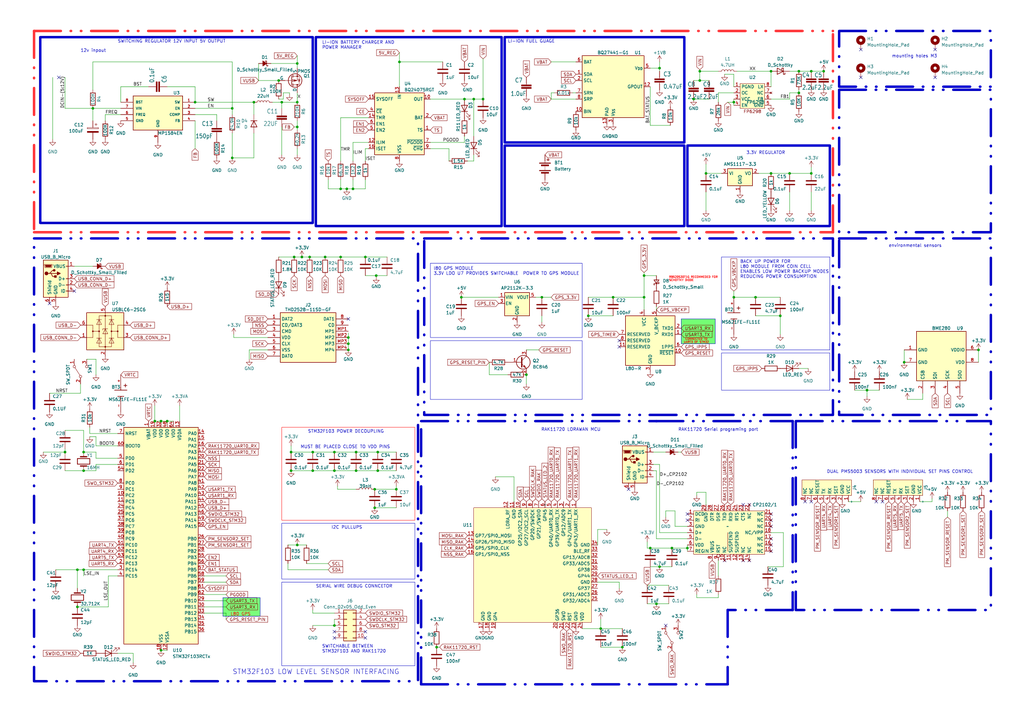
<source format=kicad_sch>
(kicad_sch (version 20230121) (generator eeschema)
  (paper "A3")
  (junction (at 332.74 29.21))
  (junction (at 179.07 265.43))
  (junction (at 300.99 41.91))
  (junction (at 142.875 138.43))
  (junction (at 114.3 33.02))
  (junction (at 153.67 200.66))
  (junction (at 355.6 160.02))
  (junction (at 149.86 105.41))
  (junction (at 120.65 105.41))
  (junction (at 66.04 172.72))
  (junction (at 63.5 172.72))
  (junction (at 123.825 105.41))
  (junction (at 137.16 256.54))
  (junction (at 146.05 193.04))
  (junction (at 309.88 121.92))
  (junction (at 300.99 121.92))
  (junction (at 121.92 26.035))
  (junction (at 198.12 40.64))
  (junction (at 287.02 29.21))
  (junction (at 95.25 64.77))
  (junction (at 31.75 248.92))
  (junction (at 194.31 40.64))
  (junction (at 251.46 121.92))
  (junction (at 66.04 266.7))
  (junction (at 215.9 153.67))
  (junction (at 337.82 29.21))
  (junction (at 119.38 185.42))
  (junction (at 139.7 105.41))
  (junction (at 316.23 71.12))
  (junction (at 320.04 129.54))
  (junction (at 38.1 44.45))
  (junction (at 163.83 25.4))
  (junction (at 270.51 232.41))
  (junction (at 26.67 185.42))
  (junction (at 264.16 121.92))
  (junction (at 154.305 113.03))
  (junction (at 95.25 44.45))
  (junction (at 316.23 29.21))
  (junction (at 332.74 71.12))
  (junction (at 190.5 40.64))
  (junction (at 68.58 172.72))
  (junction (at 241.3 129.54))
  (junction (at 31.75 233.68))
  (junction (at 121.92 52.07))
  (junction (at 154.94 193.04))
  (junction (at 281.94 224.79))
  (junction (at 154.94 185.42))
  (junction (at 133.35 105.41))
  (junction (at 246.38 257.81))
  (junction (at 284.48 40.64))
  (junction (at 80.01 41.91))
  (junction (at 153.67 208.28))
  (junction (at 275.59 224.79))
  (junction (at 34.29 233.68))
  (junction (at 128.27 193.04))
  (junction (at 370.84 148.59))
  (junction (at 266.7 224.79))
  (junction (at 127 105.41))
  (junction (at 162.56 200.66))
  (junction (at 255.27 265.43))
  (junction (at 142.875 143.51))
  (junction (at 115.57 41.91))
  (junction (at 189.23 121.92))
  (junction (at 137.16 193.04))
  (junction (at 289.56 71.12))
  (junction (at 119.38 193.04))
  (junction (at 104.14 41.91))
  (junction (at 270.51 27.94))
  (junction (at 146.05 185.42))
  (junction (at 327.66 29.21))
  (junction (at 128.27 185.42))
  (junction (at 139.7 77.47))
  (junction (at 327.66 38.1))
  (junction (at 34.29 185.42))
  (junction (at 142.875 140.97))
  (junction (at 121.92 41.91))
  (junction (at 142.24 77.47))
  (junction (at 137.16 185.42))
  (junction (at 34.29 193.04))
  (junction (at 222.25 121.92))
  (junction (at 269.24 247.65))
  (junction (at 287.02 33.02))
  (junction (at 121.92 223.52))
  (junction (at 144.78 77.47))
  (junction (at 323.85 71.12))
  (junction (at 264.16 113.03))
  (junction (at 401.32 143.51))
  (no_connect (at 332.74 205.74))
  (no_connect (at 307.34 229.87))
  (no_connect (at 330.2 205.74))
  (no_connect (at 149.86 261.62))
  (no_connect (at 30.48 119.38))
  (no_connect (at 359.41 205.74))
  (no_connect (at 137.16 259.08))
  (no_connect (at 316.23 220.98))
  (no_connect (at 254 142.24))
  (no_connect (at 304.8 229.87))
  (no_connect (at 281.94 210.82))
  (no_connect (at 316.23 223.52))
  (no_connect (at 316.23 210.82))
  (no_connect (at 316.23 215.9))
  (no_connect (at 257.81 200.66))
  (no_connect (at 24.13 31.75))
  (no_connect (at 149.86 259.08))
  (no_connect (at 353.06 20.32))
  (no_connect (at 383.54 20.32))
  (no_connect (at 316.23 226.06))
  (no_connect (at 137.16 261.62))
  (no_connect (at 353.06 31.75))
  (no_connect (at 20.32 124.46))
  (no_connect (at 254 139.7))
  (no_connect (at 273.05 256.54))
  (no_connect (at 297.18 229.87))
  (no_connect (at 142.875 130.81))
  (no_connect (at 304.8 207.01))
  (no_connect (at 361.95 205.74))
  (no_connect (at 307.34 207.01))
  (no_connect (at 316.23 213.36))
  (no_connect (at 281.94 213.36))
  (no_connect (at 383.54 31.75))
  (wire (pts (xy 39.37 190.5) (xy 39.37 193.04)))
  (wire (pts (xy 269.24 193.04) (xy 269.24 220.98)))
  (wire (pts (xy 321.31 232.41) (xy 321.31 218.44)))
  (polyline (pts (xy 298.45 250.19) (xy 298.45 251.46)))
  (wire (pts (xy 34.29 236.22) (xy 34.29 233.68)))
  (wire (pts (xy 266.7 51.435) (xy 274.955 51.435)))
  (wire (pts (xy 184.15 60.96) (xy 184.15 66.04)))
  (wire (pts (xy 63.5 166.37) (xy 63.5 172.72)))
  (wire (pts (xy 254 238.76) (xy 254 241.3)))
  (wire (pts (xy 104.14 54.61) (xy 104.14 64.77)))
  (wire (pts (xy 265.43 240.03) (xy 274.32 240.03)))
  (wire (pts (xy 128.27 256.54) (xy 137.16 256.54)))
  (wire (pts (xy 298.45 41.91) (xy 300.99 41.91)))
  (wire (pts (xy 279.4 185.42) (xy 278.13 185.42)))
  (wire (pts (xy 138.43 199.39) (xy 138.43 200.66)))
  (polyline (pts (xy 172.72 95.25) (xy 341.63 95.25)) (stroke (width 1) (type dash_dot_dot) (color 255 48 52 1)))
  (wire (pts (xy 273.05 212.09) (xy 273.05 209.55)))
  (wire (pts (xy 316.23 40.64) (xy 323.85 40.64)))
  (wire (pts (xy 138.43 200.66) (xy 146.05 200.66)))
  (wire (pts (xy 95.885 137.16) (xy 95.885 138.43)))
  (wire (pts (xy 200.66 153.67) (xy 200.66 148.59)))
  (wire (pts (xy 149.86 73.66) (xy 149.86 77.47)))
  (wire (pts (xy 31.75 233.68) (xy 34.29 233.68)))
  (wire (pts (xy 119.38 185.42) (xy 128.27 185.42)))
  (wire (pts (xy 83.82 243.84) (xy 92.71 243.84)))
  (wire (pts (xy 121.92 41.91) (xy 115.57 41.91)))
  (wire (pts (xy 284.48 40.64) (xy 290.83 40.64)))
  (wire (pts (xy 128.27 193.04) (xy 137.16 193.04)))
  (polyline (pts (xy 13.97 12.7) (xy 13.97 95.25)) (stroke (width 1) (type dash_dot_dot) (color 255 48 52 1)))
  (wire (pts (xy 118.745 38.1) (xy 118.745 38.735)))
  (wire (pts (xy 300.99 41.91) (xy 300.99 43.18)))
  (polyline (pts (xy 13.97 12.7) (xy 341.63 12.7)) (stroke (width 1) (type dash_dot_dot) (color 255 48 52 1)))
  (wire (pts (xy 142.875 138.43) (xy 142.875 140.97)))
  (wire (pts (xy 39.37 182.88) (xy 39.37 179.07)))
  (wire (pts (xy 128.27 251.46) (xy 137.16 251.46)))
  (wire (pts (xy 294.64 245.11) (xy 294.64 243.84)))
  (wire (pts (xy 176.53 40.64) (xy 190.5 40.64)))
  (wire (pts (xy 276.86 215.9) (xy 281.94 215.9)))
  (wire (pts (xy 149.86 60.96) (xy 149.86 66.04)))
  (wire (pts (xy 370.84 143.51) (xy 370.84 148.59)))
  (wire (pts (xy 332.74 29.21) (xy 337.82 29.21)))
  (wire (pts (xy 66.04 266.7) (xy 68.58 266.7)))
  (wire (pts (xy 289.56 207.01) (xy 289.56 201.93)))
  (wire (pts (xy 251.46 121.92) (xy 264.16 121.92)))
  (wire (pts (xy 30.48 109.22) (xy 38.1 109.22)))
  (wire (pts (xy 270.51 27.94) (xy 266.7 27.94)))
  (wire (pts (xy 149.86 113.03) (xy 154.305 113.03)))
  (wire (pts (xy 190.5 58.42) (xy 190.5 55.88)))
  (wire (pts (xy 36.83 177.8) (xy 48.26 177.8)))
  (wire (pts (xy 245.11 217.17) (xy 245.11 223.52)))
  (wire (pts (xy 401.32 143.51) (xy 401.32 148.59)))
  (wire (pts (xy 287.02 28.575) (xy 287.02 29.21)))
  (wire (pts (xy 153.67 208.28) (xy 162.56 208.28)))
  (wire (pts (xy 153.67 200.66) (xy 162.56 200.66)))
  (polyline (pts (xy 172.72 172.72) (xy 269.24 172.72)) (stroke (width 1) (type dash_dot_dot)))
  (wire (pts (xy 246.38 257.81) (xy 246.38 254)))
  (wire (pts (xy 316.23 29.21) (xy 316.23 35.56)))
  (wire (pts (xy 203.2 195.58) (xy 210.82 195.58)))
  (wire (pts (xy 265.43 222.25) (xy 265.43 224.79)))
  (wire (pts (xy 269.24 125.73) (xy 269.24 127)))
  (wire (pts (xy 264.16 113.03) (xy 264.16 121.92)))
  (wire (pts (xy 146.05 193.04) (xy 154.94 193.04)))
  (wire (pts (xy 66.04 172.72) (xy 68.58 172.72)))
  (wire (pts (xy 163.83 25.4) (xy 163.83 35.56)))
  (wire (pts (xy 275.59 224.79) (xy 281.94 224.79)))
  (wire (pts (xy 21.59 31.75) (xy 21.59 57.15)))
  (polyline (pts (xy 13.97 95.25) (xy 172.72 95.25)) (stroke (width 1) (type dash_dot_dot) (color 255 48 52 1)))
  (wire (pts (xy 273.05 209.55) (xy 276.86 209.55)))
  (wire (pts (xy 316.23 71.12) (xy 323.85 71.12)))
  (wire (pts (xy 115.57 41.91) (xy 111.76 41.91)))
  (wire (pts (xy 154.305 113.03) (xy 154.305 113.665)))
  (wire (pts (xy 300.99 30.48) (xy 300.99 35.56)))
  (wire (pts (xy 31.75 241.3) (xy 31.75 233.68)))
  (wire (pts (xy 297.18 30.48) (xy 300.99 30.48)))
  (wire (pts (xy 120.65 52.07) (xy 121.92 52.07)))
  (wire (pts (xy 189.23 121.92) (xy 204.47 121.92)))
  (wire (pts (xy 38.1 25.4) (xy 95.25 25.4)))
  (wire (pts (xy 39.37 193.04) (xy 34.29 193.04)))
  (wire (pts (xy 33.02 157.48) (xy 33.02 161.29)))
  (wire (pts (xy 39.37 185.42) (xy 34.29 185.42)))
  (wire (pts (xy 234.95 38.1) (xy 236.22 38.1)))
  (wire (pts (xy 294.64 229.87) (xy 294.64 236.22)))
  (wire (pts (xy 285.75 201.93) (xy 285.75 203.2)))
  (wire (pts (xy 68.58 172.72) (xy 71.12 172.72)))
  (polyline (pts (xy 325.12 250.19) (xy 298.45 250.19)) (stroke (width 1) (type dash_dot_dot)))
  (wire (pts (xy 151.13 58.42) (xy 144.78 58.42)))
  (wire (pts (xy 144.78 73.66) (xy 144.78 77.47)))
  (wire (pts (xy 226.06 25.4) (xy 236.22 25.4)))
  (wire (pts (xy 127 105.41) (xy 133.35 105.41)))
  (wire (pts (xy 119.38 182.88) (xy 119.38 185.42)))
  (wire (pts (xy 265.43 224.79) (xy 266.7 224.79)))
  (wire (pts (xy 34.29 176.53) (xy 34.29 185.42)))
  (wire (pts (xy 149.86 77.47) (xy 144.78 77.47)))
  (wire (pts (xy 133.35 105.41) (xy 139.7 105.41)))
  (wire (pts (xy 35.56 147.32) (xy 39.37 147.32)))
  (polyline (pts (xy 172.72 280.67) (xy 298.45 280.67)) (stroke (width 1) (type dash_dot_dot)))
  (wire (pts (xy 39.37 187.96) (xy 39.37 185.42)))
  (wire (pts (xy 95.25 44.45) (xy 80.01 44.45)))
  (wire (pts (xy 48.26 182.88) (xy 39.37 182.88)))
  (wire (pts (xy 43.18 46.99) (xy 49.53 46.99)))
  (wire (pts (xy 88.9 46.99) (xy 80.01 46.99)))
  (wire (pts (xy 284.48 33.02) (xy 287.02 33.02)))
  (wire (pts (xy 146.05 185.42) (xy 154.94 185.42)))
  (wire (pts (xy 269.24 220.98) (xy 281.94 220.98)))
  (wire (pts (xy 264.16 121.92) (xy 264.16 127)))
  (wire (pts (xy 314.96 232.41) (xy 321.31 232.41)))
  (wire (pts (xy 236.22 40.64) (xy 226.06 40.64)))
  (wire (pts (xy 83.82 236.22) (xy 92.71 236.22)))
  (wire (pts (xy 294.64 41.91) (xy 294.64 38.1)))
  (wire (pts (xy 281.94 223.52) (xy 281.94 224.79)))
  (wire (pts (xy 17.78 185.42) (xy 26.67 185.42)))
  (wire (pts (xy 311.15 71.12) (xy 316.23 71.12)))
  (wire (pts (xy 36.83 175.26) (xy 36.83 177.8)))
  (wire (pts (xy 316.23 218.44) (xy 321.31 218.44)))
  (wire (pts (xy 270.51 29.21) (xy 270.51 27.94)))
  (wire (pts (xy 222.25 121.92) (xy 219.71 121.92)))
  (wire (pts (xy 151.13 60.96) (xy 149.86 60.96)))
  (wire (pts (xy 327.66 151.13) (xy 331.47 151.13)))
  (wire (pts (xy 270.51 218.44) (xy 270.51 190.5)))
  (polyline (pts (xy 341.63 95.25) (xy 341.63 12.7)) (stroke (width 1) (type dash_dot_dot) (color 255 48 52 1)))
  (wire (pts (xy 134.62 77.47) (xy 139.7 77.47)))
  (wire (pts (xy 222.25 129.54) (xy 222.25 132.08)))
  (wire (pts (xy 198.12 24.13) (xy 198.12 40.64)))
  (wire (pts (xy 327.66 36.83) (xy 327.66 38.1)))
  (wire (pts (xy 355.6 160.02) (xy 350.52 160.02)))
  (wire (pts (xy 44.45 236.22) (xy 44.45 248.92)))
  (wire (pts (xy 327.66 29.21) (xy 332.74 29.21)))
  (wire (pts (xy 115.57 44.45) (xy 115.57 41.91)))
  (wire (pts (xy 95.25 46.99) (xy 95.25 44.45)))
  (wire (pts (xy 92.71 246.38) (xy 83.82 246.38)))
  (wire (pts (xy 106.045 26.035) (xy 106.045 33.02)))
  (wire (pts (xy 26.67 193.04) (xy 34.29 193.04)))
  (wire (pts (xy 48.26 267.97) (xy 54.61 267.97)))
  (wire (pts (xy 302.26 29.21) (xy 316.23 29.21)))
  (wire (pts (xy 137.16 254) (xy 137.16 256.54)))
  (wire (pts (xy 323.85 71.12) (xy 332.74 71.12)))
  (wire (pts (xy 49.53 44.45) (xy 38.1 44.45)))
  (wire (pts (xy 92.71 248.92) (xy 83.82 248.92)))
  (wire (pts (xy 111.125 26.035) (xy 121.92 26.035)))
  (wire (pts (xy 194.31 40.64) (xy 194.31 55.88)))
  (wire (pts (xy 269.24 247.65) (xy 274.32 247.65)))
  (wire (pts (xy 163.83 21.59) (xy 163.83 25.4)))
  (wire (pts (xy 285.75 245.11) (xy 294.64 245.11)))
  (wire (pts (xy 120.65 105.41) (xy 123.825 105.41)))
  (wire (pts (xy 355.6 162.56) (xy 355.6 160.02)))
  (wire (pts (xy 289.56 86.36) (xy 289.56 78.74)))
  (wire (pts (xy 26.67 44.45) (xy 38.1 44.45)))
  (wire (pts (xy 48.26 187.96) (xy 39.37 187.96)))
  (wire (pts (xy 80.01 41.91) (xy 80.01 35.56)))
  (wire (pts (xy 208.28 153.67) (xy 200.66 153.67)))
  (wire (pts (xy 109.855 143.51) (xy 102.235 143.51)))
  (polyline (pts (xy 172.72 95.25) (xy 172.72 95.25)) (stroke (width 1) (type dash_dot_dot) (color 255 48 52 1)))
  (wire (pts (xy 118.11 223.52) (xy 121.92 223.52)))
  (wire (pts (xy 194.31 66.04) (xy 194.31 63.5)))
  (wire (pts (xy 388.62 212.09) (xy 388.62 209.55)))
  (wire (pts (xy 294.64 29.21) (xy 287.02 29.21)))
  (wire (pts (xy 121.92 49.53) (xy 121.92 52.07)))
  (wire (pts (xy 270.51 232.41) (xy 275.59 232.41)))
  (wire (pts (xy 154.94 193.04) (xy 162.56 193.04)))
  (wire (pts (xy 281.94 218.44) (xy 270.51 218.44)))
  (wire (pts (xy 276.86 209.55) (xy 276.86 215.9)))
  (wire (pts (xy 34.29 233.68) (xy 48.26 233.68)))
  (wire (pts (xy 88.9 49.53) (xy 88.9 46.99)))
  (wire (pts (xy 154.94 185.42) (xy 162.56 185.42)))
  (wire (pts (xy 114.3 40.64) (xy 116.205 40.64)))
  (wire (pts (xy 121.92 223.52) (xy 125.73 223.52)))
  (wire (pts (xy 162.56 199.39) (xy 162.56 200.66)))
  (wire (pts (xy 60.96 35.56) (xy 49.53 35.56)))
  (wire (pts (xy 134.62 233.68) (xy 118.11 233.68)))
  (wire (pts (xy 378.46 163.83) (xy 378.46 161.29)))
  (wire (pts (xy 180.34 265.43) (xy 179.07 265.43)))
  (wire (pts (xy 128.27 185.42) (xy 137.16 185.42)))
  (wire (pts (xy 226.06 40.64) (xy 226.06 38.1)))
  (wire (pts (xy 115.57 52.07) (xy 115.57 63.5)))
  (wire (pts (xy 241.3 129.54) (xy 251.46 129.54)))
  (wire (pts (xy 116.205 38.1) (xy 118.745 38.1)))
  (wire (pts (xy 372.11 163.83) (xy 378.46 163.83)))
  (wire (pts (xy 95.25 54.61) (xy 95.25 64.77)))
  (wire (pts (xy 289.56 67.31) (xy 289.56 71.12)))
  (wire (pts (xy 44.45 236.22) (xy 48.26 236.22)))
  (wire (pts (xy 210.82 195.58) (xy 210.82 205.74)))
  (wire (pts (xy 248.92 217.17) (xy 245.11 217.17)))
  (wire (pts (xy 134.62 73.66) (xy 134.62 77.47)))
  (wire (pts (xy 285.75 243.84) (xy 285.75 245.11)))
  (wire (pts (xy 191.77 66.04) (xy 194.31 66.04)))
  (wire (pts (xy 26.67 31.75) (xy 26.67 44.45)))
  (wire (pts (xy 123.825 105.41) (xy 127 105.41)))
  (wire (pts (xy 245.11 238.76) (xy 254 238.76)))
  (wire (pts (xy 377.19 205.74) (xy 382.27 205.74)))
  (wire (pts (xy 95.885 138.43) (xy 109.855 138.43)))
  (wire (pts (xy 73.66 166.37) (xy 73.66 172.72)))
  (wire (pts (xy 22.86 233.68) (xy 31.75 233.68)))
  (wire (pts (xy 281.94 224.79) (xy 281.94 226.06)))
  (wire (pts (xy 154.305 113.03) (xy 158.75 113.03)))
  (wire (pts (xy 95.25 25.4) (xy 95.25 44.45)))
  (wire (pts (xy 116.205 40.64) (xy 116.205 38.1)))
  (wire (pts (xy 106.045 33.02) (xy 114.3 33.02)))
  (polyline (pts (xy 325.12 172.72) (xy 325.12 250.19)) (stroke (width 1) (type dash_dot_dot)))
  (wire (pts (xy 264.16 113.03) (xy 269.24 113.03)))
  (wire (pts (xy 142.875 140.97) (xy 142.875 143.51)))
  (wire (pts (xy 289.56 201.93) (xy 285.75 201.93)))
  (wire (pts (xy 332.74 68.58) (xy 332.74 71.12)))
  (wire (pts (xy 265.43 247.65) (xy 269.24 247.65)))
  (wire (pts (xy 121.92 60.96) (xy 121.92 63.5)))
  (wire (pts (xy 31.75 248.92) (xy 44.45 248.92)))
  (wire (pts (xy 104.14 64.77) (xy 95.25 64.77)))
  (wire (pts (xy 238.76 257.81) (xy 246.38 257.81)))
  (wire (pts (xy 26.67 184.15) (xy 26.67 185.42)))
  (wire (pts (xy 139.7 105.41) (xy 149.86 105.41)))
  (polyline (pts (xy 172.72 280.67) (xy 172.72 172.72)) (stroke (width 1) (type dash_dot_dot)))
  (wire (pts (xy 48.26 190.5) (xy 39.37 190.5)))
  (wire (pts (xy 309.88 129.54) (xy 320.04 129.54)))
  (wire (pts (xy 309.88 121.92) (xy 320.04 121.92)))
  (wire (pts (xy 20.32 161.29) (xy 33.02 161.29)))
  (wire (pts (xy 270.51 190.5) (xy 267.97 190.5)))
  (wire (pts (xy 226.06 121.92) (xy 222.25 121.92)))
  (wire (pts (xy 121.92 26.035) (xy 121.92 27.94)))
  (wire (pts (xy 137.16 193.04) (xy 146.05 193.04)))
  (wire (pts (xy 144.78 58.42) (xy 144.78 66.04)))
  (wire (pts (xy 264.16 111.76) (xy 264.16 113.03)))
  (wire (pts (xy 266.7 232.41) (xy 270.51 232.41)))
  (wire (pts (xy 266.7 224.79) (xy 275.59 224.79)))
  (wire (pts (xy 139.7 73.66) (xy 139.7 77.47)))
  (polyline (pts (xy 269.24 172.72) (xy 325.12 172.72)) (stroke (width 1) (type dash_dot_dot)))
  (wire (pts (xy 300.99 121.92) (xy 309.88 121.92)))
  (wire (pts (xy 137.16 185.42) (xy 146.05 185.42)))
  (wire (pts (xy 246.38 265.43) (xy 255.27 265.43)))
  (wire (pts (xy 289.56 71.12) (xy 295.91 71.12)))
  (wire (pts (xy 39.37 147.32) (xy 39.37 153.67)))
  (wire (pts (xy 121.92 52.07) (xy 121.92 53.34)))
  (wire (pts (xy -74.93 265.43) (xy -72.39 265.43)))
  (wire (pts (xy 104.14 46.99) (xy 104.14 41.91)))
  (wire (pts (xy 215.9 153.67) (xy 215.9 157.48)))
  (wire (pts (xy 149.86 105.41) (xy 158.75 105.41)))
  (wire (pts (xy 323.85 29.21) (xy 327.66 29.21)))
  (wire (pts (xy 323.85 38.1) (xy 327.66 38.1)))
  (wire (pts (xy 43.18 49.53) (xy 43.18 46.99)))
  (wire (pts (xy 294.64 38.1) (xy 300.99 38.1)))
  (wire (pts (xy 80.01 49.53) (xy 80.01 60.96)))
  (wire (pts (xy 49.53 35.56) (xy 49.53 41.91)))
  (wire (pts (xy 83.82 251.46) (xy 92.71 251.46)))
  (wire (pts (xy 287.02 33.02) (xy 290.83 33.02)))
  (wire (pts (xy 382.27 205.74) (xy 382.27 204.47)))
  (wire (pts (xy 121.92 38.1) (xy 121.92 41.91)))
  (wire (pts (xy 104.14 41.91) (xy 80.01 41.91)))
  (wire (pts (xy 114.3 105.41) (xy 120.65 105.41)))
  (wire (pts (xy 38.1 36.83) (xy 38.1 25.4)))
  (wire (pts (xy 226.06 38.1) (xy 227.33 38.1)))
  (wire (pts (xy 300.99 119.38) (xy 300.99 121.92)))
  (wire (pts (xy 194.31 40.64) (xy 198.12 40.64)))
  (wire (pts (xy 80.01 35.56) (xy 68.58 35.56)))
  (wire (pts (xy 92.71 251.46) (xy 92.71 254)))
  (wire (pts (xy 142.875 136.525) (xy 142.875 138.43)))
  (wire (pts (xy 121.92 22.86) (xy 121.92 26.035)))
  (wire (pts (xy 83.82 238.76) (xy 92.71 238.76)))
  (wire (pts (xy 119.38 193.04) (xy 128.27 193.04)))
  (wire (pts (xy 54.61 267.97) (xy 54.61 271.78)))
  (wire (pts (xy 139.7 77.47) (xy 142.24 77.47)))
  (wire (pts (xy 102.235 143.51) (xy 102.235 147.32)))
  (wire (pts (xy 266.7 35.56) (xy 266.7 51.435)))
  (wire (pts (xy 125.73 231.14) (xy 134.62 231.14)))
  (wire (pts (xy 39.37 179.07) (xy 36.83 179.07)))
  (wire (pts (xy 128.27 250.19) (xy 128.27 251.46)))
  (wire (pts (xy 267.97 193.04) (xy 269.24 193.04)))
  (wire (pts (xy 241.3 121.92) (xy 251.46 121.92)))
  (wire (pts (xy 38.1 44.45) (xy 38.1 49.53)))
  (wire (pts (xy 267.97 185.42) (xy 273.05 185.42)))
  (wire (pts (xy 142.24 77.47) (xy 144.78 77.47)))
  (wire (pts (xy 270.51 25.4) (xy 270.51 27.94)))
  (wire (pts (xy 323.85 86.36) (xy 323.85 78.74)))
  (wire (pts (xy 246.38 257.81) (xy 255.27 257.81)))
  (wire (pts (xy 347.98 205.74) (xy 353.06 205.74)))
  (wire (pts (xy 190.5 40.64) (xy 194.31 40.64)))
  (wire (pts (xy 151.13 48.26) (xy 139.7 48.26)))
  (wire (pts (xy 323.85 40.64) (xy 323.85 38.1)))
  (wire (pts (xy 215.9 143.51) (xy 220.98 143.51)))
  (wire (pts (xy 118.11 233.68) (xy 118.11 231.14)))
  (wire (pts (xy 320.04 129.54) (xy 320.04 137.16)))
  (wire (pts (xy 163.83 25.4) (xy 181.61 25.4)))
  (wire (pts (xy 26.67 176.53) (xy 34.29 176.53)))
  (wire (pts (xy 63.5 172.72) (xy 66.04 172.72)))
  (wire (pts (xy 300.99 40.64) (xy 300.99 41.91)))
  (polyline (pts (xy 298.45 250.19) (xy 298.45 280.67)) (stroke (width 1) (type dash_dot_dot)))
  (wire (pts (xy 176.53 58.42) (xy 190.5 58.42)))
  (wire (pts (xy 176.53 60.96) (xy 184.15 60.96)))
  (wire (pts (xy 139.7 48.26) (xy 139.7 66.04)))
  (wire (pts (xy 355.6 160.02) (xy 360.68 160.02)))
  (wire (pts (xy 332.74 86.36) (xy 332.74 78.74)))
  (wire (pts (xy 287.02 29.21) (xy 287.02 33.02)))
  (rectangle (start 279.4 130.81) (end 293.37 140.97) (fill (type color) (color 0 255 0 0.55)))
  (rectangle (start 344.17 36.83) (end 406.4 95.25) (stroke (width 1) (type dash_dot_dot)))
  (rectangle (start 295.91 105.41) (end 340.36 143.51))
  (rectangle (start 344.17 12.7) (end 406.4 35.56) (stroke (width 1) (type dash_dot_dot)))
  (rectangle (start 129.54 15.24) (end 205.74 92.71) (stroke (width 1)))
  (rectangle (start 295.91 144.78) (end 340.36 160.02))
  (rectangle (start 176.53 139.7) (end 238.76 163.83))
  (rectangle (start 344.17 97.79) (end 406.4 170.18) (stroke (width 1) (type dash_dot_dot)))
  (rectangle (start 91.44 245.11) (end 106.68 252.73) (fill (type color) (color 0 255 0 0.52)))
  (rectangle (start 115.57 214.63) (end 170.18 237.49))
  (rectangle (start 173.99 97.79) (end 341.63 170.18) (stroke (width 1) (type dash_dot_dot)))
  (rectangle (start 207.01 59.69) (end 280.67 92.71) (stroke (width 1)))
  (rectangle (start 176.53 107.95) (end 238.76 138.43))
  (rectangle (start 13.97 97.79) (end 171.45 279.4) (stroke (width 1) (type dash_dot_dot)))
  (rectangle (start 207.01 15.24) (end 280.67 58.42) (stroke (width 1)))
  (rectangle (start 326.39 172.72) (end 406.4 250.19) (stroke (width 1) (type dash_dot_dot)))
  (rectangle (start 115.57 238.76) (end 170.18 273.05))
  (rectangle (start 281.94 59.69) (end 340.36 92.71) (stroke (width 1)))
  (rectangle (start 115.57 175.26) (end 170.18 213.36) (stroke (width 0) (color 255 0 0 1)))
  (rectangle (start 16.51 15.24) (end 128.27 91.44) (stroke (width 1)))
  (text "SWITCHABLE BETWEEN\nSTM32F103 AND RAK11720" (at 132.08 267.97 0) (effects (font (size 1.27 1.27)) (justify left bottom)))
  (text "LI-ION BATTERY CHARGER AND \nPOWER MANAGER\n" (at 132.08 20.32 0) (effects (font (size 1.27 1.27)) (justify left bottom)))
  (text "BACK UP POWER FOR \nL80 MODULE FROM COIN CELL\nENABLES LOW POWER BACKUP MODES\nREDUCING POWER CONSUMPTION\n" (at 303.53 114.3 0) (effects (font (size 1.27 1.27)) (justify left bottom)))
  (text "STM32F103 LOW LEVEL SENSOR INTERFACING\n" (at 163.83 276.86 0) (effects (font (size 2 2)) (justify right bottom)))
  (text "mounting holes M3 \n\n\n" (at 365.76 27.94 0) (effects (font (size 1.27 1.27)) (justify left bottom)))
  (text "RB520S30T1G RECOMMEDED FOR \nSCHOTTKY DIODE" (at 274.32 115.57 0) (effects (font (size 0.8 0.8)) (justify left bottom)))
  (text "SERIAL WIRE DEBUG CONNCETOR\n" (at 129.54 241.3 0) (effects (font (size 1.27 1.27)) (justify left bottom)))
  (text "CONNECTED TO \nUART3 OF STM32" (at 290.83 140.97 0) (effects (font (size 0.8 0.8)) (justify right bottom)))
  (text "l80 GPS MODULE\n3.3V LDO U7 PROVIDES SWITCHABLE  POWER TO GPS MODULE\n" (at 177.8 113.03 0) (effects (font (size 1.27 1.27)) (justify left bottom)))
  (text "RAK11720 LORAWAN MCU\n\n" (at 246.38 179.07 0) (effects (font (size 1.27 1.27)) (justify right bottom)))
  (text "LI-ION FUEL GUAGE\n" (at 208.28 17.78 0) (effects (font (size 1.27 1.27)) (justify left bottom)))
  (text "POWER AND BATTERY CHARGING\n\n" (at 273.05 -19.05 0) (effects (font (size 2 2)) (justify right bottom)))
  (text "12v inpout\n" (at 33.02 21.59 0) (effects (font (size 1.27 1.27)) (justify left bottom)))
  (text "3.3V REGULATOR\n" (at 306.07 63.5 0) (effects (font (size 1.27 1.27)) (justify left bottom)))
  (text "I2C PULLUPS\n" (at 135.89 217.17 0) (effects (font (size 1.27 1.27)) (justify left bottom)))
  (text "DUAL PMS5003 SENSORS WITH INDIVIDUAL SET PINS CONTROL\n" (at 339.09 194.31 0) (effects (font (size 1.27 1.27)) (justify left bottom)))
  (text "MUST BE PLACED CLOSE TO VDD PINS\n" (at 160.02 184.15 0) (effects (font (size 1.27 1.27)) (justify right bottom)))
  (text "SWITCHING REGULATOR 12V INPUT 5V OUTPUT" (at 48.26 17.78 0) (effects (font (size 1.27 1.27)) (justify left bottom)))
  (text "L80 GPS\n" (at 102.87 252.73 0) (effects (font (size 1.27 1.27)) (justify right bottom)))
  (text "STM32F103 POWER DECOUPLING\n" (at 157.48 177.8 0) (effects (font (size 1.27 1.27)) (justify right bottom)))
  (text "RAK11720 Serial programing port\n\n" (at 278.13 179.07 0) (effects (font (size 1.27 1.27)) (justify left bottom)))
  (text "environmental sensors" (at 364.49 101.6 0) (effects (font (size 1.27 1.27)) (justify left bottom)))
  (label "LSE_IN" (at 34.29 236.22 0))
  (label "EN" (at 85.09 44.45 0))
  (label "PGOOD" (at 181.61 58.42 0))
  (label "ILIM" (at 144.78 63.5 0))
  (label "DCIN-(5:12V)" (at 26.67 44.45 90))
  (label "NRST" (at 40.64 177.8 0))
  (label "NRST" (at 22.86 161.29 0))
  (label "XX" (at 307.34 29.21 0))
  (label "TMR" (at 139.7 62.23 0))
  (label "X" (at 121.92 40.64 0))
  (label "FB1" (at 320.04 40.64 0))
  (label "BOOT0" (at 40.64 182.88 0))
  (label "SW" (at 85.09 41.91 0))
  (label "BAT_STATUS" (at 266.7 39.37 270))
  (label "LSE_OUT" (at 44.45 246.38 90))
  (label "ISET" (at 149.86 66.04 0))
  (label "BST" (at 54.61 35.56 0))
  (label "FREQ" (at 43.18 46.99 0))
  (label "D+_CP2102" (at 270.51 195.58 0))
  (label "D-_CP2102" (at 269.24 199.39 0))
  (global_label "SWDIO_STM32" (shape input) (at 149.86 251.46 0) (property "Intersheetrefs" "${INTERSHEET_REFS}" (effects hide)))
  (global_label "VUSB" (shape input) (at 265.43 240.03 90) (property "Intersheetrefs" "${INTERSHEET_REFS}" (effects hide)))
  (global_label "GPS_3.3V" (shape input) (at 226.06 121.92 0) (property "Intersheetrefs" "${INTERSHEET_REFS}" (effects hide)))
  (global_label "GPS_EN" (shape input) (at 83.82 215.9 0) (property "Intersheetrefs" "${INTERSHEET_REFS}" (effects hide)))
  (global_label "FB" (shape input) (at 80.01 60.96 270) (property "Intersheetrefs" "${INTERSHEET_REFS}" (effects hide)))
  (global_label "UART4_TX" (shape input) (at 340.36 205.74 270) (property "Intersheetrefs" "${INTERSHEET_REFS}" (effects hide)))
  (global_label "USB_D-" (shape input) (at 33.02 133.35 180) (property "Intersheetrefs" "${INTERSHEET_REFS}" (effects hide)))
  (global_label "VBAT" (shape input) (at 226.06 40.64 180) (property "Intersheetrefs" "${INTERSHEET_REFS}" (effects hide)))
  (global_label "EN2" (shape input) (at 83.82 228.6 0) (property "Intersheetrefs" "${INTERSHEET_REFS}" (effects hide)))
  (global_label "GPS_IPPS" (shape input) (at 279.4 142.24 0) (property "Intersheetrefs" "${INTERSHEET_REFS}" (effects hide)))
  (global_label "USART3_RX" (shape input) (at 92.71 248.92 0) (property "Intersheetrefs" "${INTERSHEET_REFS}" (effects hide)))
  (global_label "USART1_TX" (shape input) (at 83.82 200.66 0) (property "Intersheetrefs" "${INTERSHEET_REFS}" (effects hide)))
  (global_label "VRTC" (shape input) (at 49.53 153.67 0) (property "Intersheetrefs" "${INTERSHEET_REFS}" (effects hide)))
  (global_label "SCK" (shape input) (at 109.855 140.97 180) (property "Intersheetrefs" "${INTERSHEET_REFS}" (effects hide)))
  (global_label "USB_D+" (shape input) (at 83.82 208.28 0) (property "Intersheetrefs" "${INTERSHEET_REFS}" (effects hide)))
  (global_label "MOSI_RAK" (shape input) (at 191.77 219.71 180) (property "Intersheetrefs" "${INTERSHEET_REFS}" (effects hide)))
  (global_label "GPS_VBCKP" (shape input) (at 300.99 119.38 90) (property "Intersheetrefs" "${INTERSHEET_REFS}" (effects hide)))
  (global_label "SWDCLK_STM32" (shape input) (at 83.82 213.36 0) (property "Intersheetrefs" "${INTERSHEET_REFS}" (effects hide)))
  (global_label "VUSB" (shape input) (at 43.18 125.73 90) (property "Intersheetrefs" "${INTERSHEET_REFS}" (effects hide)))
  (global_label "MOSI" (shape input) (at 109.855 135.89 180) (property "Intersheetrefs" "${INTERSHEET_REFS}" (effects hide)))
  (global_label "RAK11720_UART0_TX" (shape input) (at 299.72 207.01 90) (property "Intersheetrefs" "${INTERSHEET_REFS}" (effects hide)))
  (global_label "5V_REG" (shape input) (at 163.83 21.59 180) (property "Intersheetrefs" "${INTERSHEET_REFS}" (effects hide)))
  (global_label "BAT_STATUS" (shape input) (at 83.82 233.68 0) (property "Intersheetrefs" "${INTERSHEET_REFS}" (effects hide)))
  (global_label "GPS_IPPS" (shape input) (at 312.42 151.13 180) (property "Intersheetrefs" "${INTERSHEET_REFS}" (effects hide)))
  (global_label "VRTC" (shape input) (at 60.96 172.72 90) (property "Intersheetrefs" "${INTERSHEET_REFS}" (effects hide)))
  (global_label "UART5_RX" (shape input) (at 48.26 231.14 180) (property "Intersheetrefs" "${INTERSHEET_REFS}" (effects hide)))
  (global_label "PM_SENSOR_RESET" (shape input) (at 335.28 205.74 270) (property "Intersheetrefs" "${INTERSHEET_REFS}" (effects hide)))
  (global_label "MISO" (shape input) (at 139.7 113.03 270) (property "Intersheetrefs" "${INTERSHEET_REFS}" (effects hide)))
  (global_label "RAK11720_UART1_RX" (shape input) (at 236.22 205.74 90) (property "Intersheetrefs" "${INTERSHEET_REFS}" (effects hide)))
  (global_label "SWDIO_RAK" (shape input) (at 220.98 205.74 90) (property "Intersheetrefs" "${INTERSHEET_REFS}" (effects hide)))
  (global_label "USB_CONN_D-" (shape input) (at 30.48 116.84 0) (property "Intersheetrefs" "${INTERSHEET_REFS}" (effects hide)))
  (global_label "RAK11720_UART0_RX" (shape input) (at 297.18 207.01 90) (property "Intersheetrefs" "${INTERSHEET_REFS}" (effects hide)))
  (global_label "FB" (shape input) (at 120.65 52.07 180) (property "Intersheetrefs" "${INTERSHEET_REFS}" (effects hide)))
  (global_label "USB_CONN_D+" (shape input) (at 30.48 114.3 0) (property "Intersheetrefs" "${INTERSHEET_REFS}" (effects hide)))
  (global_label "USB_CONN_D-" (shape input) (at 33.02 138.43 180) (property "Intersheetrefs" "${INTERSHEET_REFS}" (effects hide)))
  (global_label "SCL" (shape input) (at 388.62 161.29 270) (property "Intersheetrefs" "${INTERSHEET_REFS}" (effects hide)))
  (global_label "RAK11720_RST" (shape input) (at 233.68 257.81 270) (property "Intersheetrefs" "${INTERSHEET_REFS}" (effects hide)))
  (global_label "SDA" (shape input) (at 236.22 30.48 180) (property "Intersheetrefs" "${INTERSHEET_REFS}" (effects hide)))
  (global_label "GPS_VBCKP" (shape input) (at 269.24 127 0) (property "Intersheetrefs" "${INTERSHEET_REFS}" (effects hide)))
  (global_label "SWO_RAK" (shape input) (at 231.14 257.81 270) (property "Intersheetrefs" "${INTERSHEET_REFS}" (effects hide)))
  (global_label "VBAT" (shape input) (at 223.52 63.5 0) (property "Intersheetrefs" "${INTERSHEET_REFS}" (effects hide)))
  (global_label "USART3_RX" (shape input) (at 279.4 134.62 0) (property "Intersheetrefs" "${INTERSHEET_REFS}" (effects hide)))
  (global_label "SCK" (shape input) (at 83.82 190.5 0) (property "Intersheetrefs" "${INTERSHEET_REFS}" (effects hide)))
  (global_label "MISO" (shape input) (at 109.855 146.05 180) (property "Intersheetrefs" "${INTERSHEET_REFS}" (effects hide)))
  (global_label "SWDIO_STM32" (shape input) (at 33.02 267.97 180) (property "Intersheetrefs" "${INTERSHEET_REFS}" (effects hide)))
  (global_label "NSS_RAK" (shape input) (at 191.77 227.33 180) (property "Intersheetrefs" "${INTERSHEET_REFS}" (effects hide)))
  (global_label "VIN" (shape input) (at 287.02 28.575 90) (property "Intersheetrefs" "${INTERSHEET_REFS}" (effects hide)))
  (global_label "USART3_TX" (shape input) (at 279.4 137.16 0) (property "Intersheetrefs" "${INTERSHEET_REFS}" (effects hide)))
  (global_label "VBAT" (shape input) (at 215.9 31.75 90) (property "Intersheetrefs" "${INTERSHEET_REFS}" (effects hide)))
  (global_label "SDA" (shape input) (at 134.62 233.68 0) (property "Intersheetrefs" "${INTERSHEET_REFS}" (effects hide)))
  (global_label "SDA" (shape input) (at 92.71 238.76 0) (property "Intersheetrefs" "${INTERSHEET_REFS}" (effects hide)))
  (global_label "USB_D-" (shape input) (at 83.82 205.74 0) (property "Intersheetrefs" "${INTERSHEET_REFS}" (effects hide)))
  (global_label "PM_SENSOR1_SET" (shape input) (at 83.82 223.52 0) (property "Intersheetrefs" "${INTERSHEET_REFS}" (effects hide)))
  (global_label "USB_CONN_D+" (shape input) (at 53.34 138.43 0) (property "Intersheetrefs" "${INTERSHEET_REFS}" (effects hide)))
  (global_label "NSS" (shape input) (at 109.855 133.35 180) (property "Intersheetrefs" "${INTERSHEET_REFS}" (effects hide)))
  (global_label "PM_SENSOR_RESET" (shape input) (at 388.62 212.09 270) (property "Intersheetrefs" "${INTERSHEET_REFS}" (effects hide)))
  (global_label "SCL" (shape input) (at 92.71 236.22 0) (property "Intersheetrefs" "${INTERSHEET_REFS}" (effects hide)))
  (global_label "RAK11720_UART1_TX" (shape input) (at 233.68 205.74 90) (property "Intersheetrefs" "${INTERSHEET_REFS}" (effects hide)))
  (global_label "MISO_RAK" (shape input) (at 191.77 222.25 180) (property "Intersheetrefs" "${INTERSHEET_REFS}" (effects hide)))
  (global_label "PM_SENSOR2_SET" (shape input) (at 402.59 209.55 270) (property "Intersheetrefs" "${INTERSHEET_REFS}" (effects hide)))
  (global_label "SYSOFF" (shape input) (at 83.82 241.3 0) (property "Intersheetrefs" "${INTERSHEET_REFS}" (effects hide)))
  (global_label "UART4_RX" (shape input) (at 48.26 226.06 180) (property "Intersheetrefs" "${INTERSHEET_REFS}" (effects hide)))
  (global_label "MOSI" (shape input) (at 133.35 113.03 270) (property "Intersheetrefs" "${INTERSHEET_REFS}" (effects hide)))
  (global_label "USB_D+" (shape input) (at 53.34 133.35 0) (property "Intersheetrefs" "${INTERSHEET_REFS}" (effects hide)))
  (global_label "PGOOD" (shape input) (at 92.71 243.84 0) (property "Intersheetrefs" "${INTERSHEET_REFS}" (effects hide)))
  (global_label "GPS_TIMER" (shape input) (at 254 137.16 180) (property "Intersheetrefs" "${INTERSHEET_REFS}" (effects hide)))
  (global_label "UART5_TX" (shape input) (at 48.26 228.6 180) (property "Intersheetrefs" "${INTERSHEET_REFS}" (effects hide)))
  (global_label "UART4_TX" (shape input) (at 48.26 223.52 180) (property "Intersheetrefs" "${INTERSHEET_REFS}" (effects hide)))
  (global_label "RAK11720_UART0_TX" (shape input) (at 83.82 185.42 0) (property "Intersheetrefs" "${INTERSHEET_REFS}" (effects hide)))
  (global_label "SD_DET" (shape input) (at 109.855 130.81 180) (property "Intersheetrefs" "${INTERSHEET_REFS}" (effects hide)))
  (global_label "SCK" (shape input) (at 120.65 113.03 270) (property "Intersheetrefs" "${INTERSHEET_REFS}" (effects hide)))
  (global_label "UART5_RX" (shape input) (at 367.03 205.74 270) (property "Intersheetrefs" "${INTERSHEET_REFS}" (effects hide)))
  (global_label "SCL" (shape input) (at 134.62 231.14 0) (property "Intersheetrefs" "${INTERSHEET_REFS}" (effects hide)))
  (global_label "VIN" (shape input) (at 298.45 41.91 270) (property "Intersheetrefs" "${INTERSHEET_REFS}" (effects hide)))
  (global_label "SWDCLK_STM32" (shape input) (at 149.86 254 0) (property "Intersheetrefs" "${INTERSHEET_REFS}" (effects hide)))
  (global_label "RAK11720_RST" (shape input) (at 180.34 265.43 0) (property "Intersheetrefs" "${INTERSHEET_REFS}" (effects hide)))
  (global_label "RAK11720_UART0_RX" (shape input) (at 83.82 182.88 0) (property "Intersheetrefs" "${INTERSHEET_REFS}" (effects hide)))
  (global_label "GPS_3.3V" (shape input) (at 264.16 111.76 90) (property "Intersheetrefs" "${INTERSHEET_REFS}" (effects hide)))
  (global_label "RAK11720_UART0_RX" (shape input) (at 226.06 205.74 90) (property "Intersheetrefs" "${INTERSHEET_REFS}" (effects hide)))
  (global_label "VUSB" (shape input) (at 43.18 109.22 0) (property "Intersheetrefs" "${INTERSHEET_REFS}" (effects hide)))
  (global_label "TS" (shape input) (at 176.53 53.34 0) (property "Intersheetrefs" "${INTERSHEET_REFS}" (effects hide)))
  (global_label "UART4_RX" (shape input) (at 337.82 205.74 270) (property "Intersheetrefs" "${INTERSHEET_REFS}" (effects hide)))
  (global_label "MOSI" (shape input) (at 83.82 195.58 0) (property "Intersheetrefs" "${INTERSHEET_REFS}" (effects hide)))
  (global_label "SWO_STM32" (shape input) (at 149.86 256.54 0) (property "Intersheetrefs" "${INTERSHEET_REFS}" (effects hide)))
  (global_label "UART5_TX" (shape input) (at 369.57 205.74 270) (property "Intersheetrefs" "${INTERSHEET_REFS}" (effects hide)))
  (global_label "GPS_RESET" (shape input) (at 220.98 143.51 0) (property "Intersheetrefs" "${INTERSHEET_REFS}" (effects hide)))
  (global_label "SDA" (shape input) (at 213.36 205.74 90) (property "Intersheetrefs" "${INTERSHEET_REFS}" (effects hide)))
  (global_label "5V_REG" (shape input) (at 121.92 22.86 180) (property "Intersheetrefs" "${INTERSHEET_REFS}" (effects hide)))
  (global_label "CLK_RAK" (shape input) (at 191.77 224.79 180) (property "Intersheetrefs" "${INTERSHEET_REFS}" (effects hide)))
  (global_label "SWDCLK_RAK" (shape input) (at 218.44 205.74 90) (property "Intersheetrefs" "${INTERSHEET_REFS}" (effects hide)))
  (global_label "SCL" (shape input) (at 236.22 33.02 180) (property "Intersheetrefs" "${INTERSHEET_REFS}" (effects hide)))
  (global_label "PM_SENSOR1_SET" (shape input) (at 342.9 205.74 270) (property "Intersheetrefs" "${INTERSHEET_REFS}" (effects hide)))
  (global_label "PM_SENSOR_RESET" (shape input) (at 364.49 205.74 270) (property "Intersheetrefs" "${INTERSHEET_REFS}" (effects hide)))
  (global_label "RAK11720_UART0_TX" (shape input) (at 228.6 205.74 90) (property "Intersheetrefs" "${INTERSHEET_REFS}" (effects hide)))
  (global_label "VUSB" (shape input) (at 292.1 229.87 270) (property "Intersheetrefs" "${INTERSHEET_REFS}" (effects hide)))
  (global_label "CE" (shape input) (at 151.13 45.72 180) (property "Intersheetrefs" "${INTERSHEET_REFS}" (effects hide)))
  (global_label "MISO" (shape input) (at 83.82 193.04 0) (property "Intersheetrefs" "${INTERSHEET_REFS}" (effects hide)))
  (global_label "VBAT" (shape input) (at 226.06 25.4 180) (property "Intersheetrefs" "${INTERSHEET_REFS}" (effects hide)))
  (global_label "USART3_TX" (shape input) (at 92.71 246.38 0) (property "Intersheetrefs" "${INTERSHEET_REFS}" (effects hide)))
  (global_label "GPS_RESET" (shape input) (at 279.4 144.78 0) (property "Intersheetrefs" "${INTERSHEET_REFS}" (effects hide)))
  (global_label "SCL" (shape input) (at 215.9 205.74 90) (property "Intersheetrefs" "${INTERSHEET_REFS}" (effects hide)))
  (global_label "SYSOFF" (shape input) (at 151.13 40.64 180) (property "Intersheetrefs" "${INTERSHEET_REFS}" (effects hide)))
  (global_label "VIN" (shape input) (at 198.12 24.13 90) (property "Intersheetrefs" "${INTERSHEET_REFS}" (effects hide)))
  (global_label "TS" (shape input) (at 134.62 66.04 90) (property "Intersheetrefs" "${INTERSHEET_REFS}" (effects hide)))
  (global_label "USART1_RX" (shape input) (at 83.82 203.2 0) (property "Intersheetrefs" "${INTERSHEET_REFS}" (effects hide)))
  (global_label "STATUS_LED_2" (shape input) (at 223.52 205.74 90) (property "Intersheetrefs" "${INTERSHEET_REFS}" (effects hide)))
  (global_label "STATUS_LED_1" (shape input) (at 245.11 236.22 0) (property "Intersheetrefs" "${INTERSHEET_REFS}" (effects hide)))
  (global_label "NSS" (shape input) (at 83.82 187.96 0) (property "Intersheetrefs" "${INTERSHEET_REFS}" (effects hide)))
  (global_label "GPS_RESET_PIN" (shape input) (at 200.66 148.59 180) (property "Intersheetrefs" "${INTERSHEET_REFS}" (effects hide)))
  (global_label "EN1" (shape input) (at 151.13 50.8 180) (property "Intersheetrefs" "${INTERSHEET_REFS}" (effects hide)))
  (global_label "SD_DET" (shape input) (at 114.3 120.65 180) (property "Intersheetrefs" "${INTERSHEET_REFS}" (effects hide)))
  (global_label "EN1" (shape input) (at 83.82 231.14 0) (property "Intersheetrefs" "${INTERSHEET_REFS}" (effects hide)))
  (global_label "VUSB" (shape input) (at 279.4 185.42 0) (property "Intersheetrefs" "${INTERSHEET_REFS}" (effects hide)))
  (global_label "SDA" (shape input) (at 383.54 161.29 270) (property "Intersheetrefs" "${INTERSHEET_REFS}" (effects hide)))
  (global_label "VBAT" (shape input) (at 176.53 48.26 0) (property "Intersheetrefs" "${INTERSHEET_REFS}" (effects hide)))
  (global_label "SWO_RAK" (shape input) (at 275.59 266.7 270) (property "Intersheetrefs" "${INTERSHEET_REFS}" (effects hide)))
  (global_label "NSS" (shape input) (at 127 113.03 270) (property "Intersheetrefs" "${INTERSHEET_REFS}" (effects hide)))
  (global_label "PM_SENSOR2_SET" (shape input) (at 372.11 205.74 270) (property "Intersheetrefs" "${INTERSHEET_REFS}" (effects hide)))
  (global_label "VBAT" (shape input) (at 190.5 25.4 90) (property "Intersheetrefs" "${INTERSHEET_REFS}" (effects hide)))
  (global_label "SWDIO_STM32" (shape input) (at 83.82 210.82 0) (property "Intersheetrefs" "${INTERSHEET_REFS}" (effects hide)))
  (global_label "VUSB" (shape input) (at 106.045 33.02 180) (property "Intersheetrefs" "${INTERSHEET_REFS}" (effects hide)))
  (global_label "EN2" (shape input) (at 151.13 53.34 180) (property "Intersheetrefs" "${INTERSHEET_REFS}" (effects hide)))
  (global_label "PM_SENSOR2_SET" (shape input) (at 83.82 220.98 0) (property "Intersheetrefs" "${INTERSHEET_REFS}" (effects hide)))
  (global_label "SWO_STM32" (shape input) (at 48.26 198.12 180) (property "Intersheetrefs" "${INTERSHEET_REFS}" (effects hide)))
  (global_label "USB_D+" (shape input) (at 68.58 125.73 0) (property "Intersheetrefs" "${INTERSHEET_REFS}" (effects hide)))
  (global_label "PM_SENSOR1_SET" (shape input) (at 394.97 209.55 270) (property "Intersheetrefs" "${INTERSHEET_REFS}" (effects hide)))
  (global_label "GPS_RESET_PIN" (shape input) (at 92.71 254 0) (property "Intersheetrefs" "${INTERSHEET_REFS}" (effects hide)))
  (global_label "GPS_EN" (shape input) (at 204.47 124.46 180) (property "Intersheetrefs" "${INTERSHEET_REFS}" (effects hide)))
  (symbol (lib_id "power:+3.3V") (at 360.68 152.4 0) (unit 1)
    (property "Reference" "#PWR059" (effects hide))
    (property "Value" "+3.3V" (at 360.68 148.59 0))
  )
  (symbol (lib_id "power:GND") (at 190.5 33.02 0) (unit 1)
    (property "Reference" "#PWR05" (effects hide))
    (property "Value" "GND" (at 191.77 36.83 0))
  )
  (symbol (lib_id "power:+5V") (at 353.06 205.74 0) (unit 1)
    (property "Reference" "#PWR084" (effects hide))
    (property "Value" "+5V" (at 353.06 201.93 0))
  )
  (symbol (lib_id "Device:R") (at 121.92 57.15 0) (mirror y) (unit 1)
    (property "Reference" "R13" (at 124.46 57.15 90))
    (property "Value" "40.2K" (at 121.92 57.15 90))
    (property "Footprint" "Resistor_SMD:R_0603_1608Metric" (effects hide))
  )
  (symbol (lib_id "Device:R") (at 125.73 227.33 0) (unit 1)
    (property "Reference" "R36" (at 127 226.06 0) (effects (justify left)))
    (property "Value" "10K" (at 127 228.6 0) (effects (justify left)))
    (property "Footprint" "Resistor_SMD:R_0603_1608Metric" (effects hide))
  )
  (symbol (lib_id "power:GND") (at 327.66 45.72 0) (unit 1)
    (property "Reference" "#PWR014" (effects hide))
    (property "Value" "GND" (at 327.66 49.53 0))
  )
  (symbol (lib_id "power:GND") (at 39.37 153.67 0) (unit 1)
    (property "Reference" "#PWR060" (effects hide))
    (property "Value" "GND" (at 39.37 158.75 0))
  )
  (symbol (lib_id "Device:C") (at 274.32 243.84 0) (unit 1)
    (property "Reference" "C43" (at 274.32 241.3 0) (effects (justify left)))
    (property "Value" "0.1uF" (at 275.59 246.38 0) (effects (justify left)))
    (property "Footprint" "Capacitor_SMD:C_0805_2012Metric" (effects hide))
  )
  (symbol (lib_id "Device:R") (at 149.86 69.85 0) (unit 1)
    (property "Reference" "R19" (at 147.32 69.85 90))
    (property "Value" "1k" (at 149.86 69.85 90))
    (property "Footprint" "Resistor_SMD:R_0603_1608Metric" (effects hide))
  )
  (symbol (lib_id "Device:D_Schottky_Small_Filled") (at 275.59 185.42 180) (unit 1)
    (property "Reference" "D11" (at 276.86 180.34 0))
    (property "Value" "D_Schottky_Small_Filled" (at 276.86 182.88 0))
    (property "Footprint" "Diode_SMD:D_0603_1608Metric_Pad1.05x0.95mm_HandSolder" (effects hide))
  )
  (symbol (lib_id "Device:R") (at 236.22 49.53 0) (unit 1)
    (property "Reference" "R9" (at 233.68 49.53 90))
    (property "Value" "10k" (at 236.22 49.53 90))
    (property "Footprint" "Resistor_SMD:R_0603_1608Metric" (effects hide))
  )
  (symbol (lib_id "power:GND") (at 260.35 200.66 0) (unit 1)
    (property "Reference" "#PWR077" (effects hide))
    (property "Value" "GND" (at 260.35 204.47 0))
  )
  (symbol (lib_id "power:GND") (at 22.86 241.3 0) (unit 1)
    (property "Reference" "#PWR093" (effects hide))
    (property "Value" "GND" (at 22.86 245.11 0))
  )
  (symbol (lib_id "Device:LED") (at 190.5 44.45 90) (unit 1)
    (property "Reference" "D3" (at 193.04 43.18 0))
    (property "Value" "LED_RED" (at 187.96 45.72 0))
    (property "Footprint" "LED_SMD:LED_0603_1608Metric" (effects hide))
  )
  (symbol (lib_id "power:+3.3V") (at 119.38 182.88 0) (unit 1)
    (property "Reference" "#PWR071" (effects hide))
    (property "Value" "+3.3V" (at 119.38 179.07 0))
  )
  (symbol (lib_id "Regulator_Linear:AP2112K-3.3") (at 212.09 124.46 0) (unit 1)
    (property "Reference" "U6" (at 212.09 115.57 0))
    (property "Value" "AP2112K-3.3" (at 212.09 118.11 0))
    (property "Footprint" "Package_TO_SOT_SMD:SOT-23-5" (effects hide))
    (property "Datasheet" "https://www.diodes.com/assets/Datasheets/AP2112.pdf" (effects hide))
  )
  (symbol (lib_id "sparkfun-battery-babysitter-eagle-import:CAP0603-CAP") (at 337.82 34.29 0) (unit 1)
    (property "Reference" "C5" (at 334.01 31.75 0) (effects (font (size 1.778 1.5113)) (justify left bottom)))
    (property "Value" "2.2uF" (at 335.28 36.83 0) (effects (font (size 1.778 1.5113)) (justify left bottom)))
    (property "Footprint" "Capacitor_SMD:C_0603_1608Metric" (effects hide))
    (property "PROD_ID" "CAP-13216" (effects hide))
  )
  (symbol (lib_id "Device:R") (at 212.09 153.67 270) (unit 1)
    (property "Reference" "R30" (at 212.09 156.21 90))
    (property "Value" "47K" (at 212.09 153.67 90))
    (property "Footprint" "Resistor_SMD:R_0603_1608Metric" (effects hide))
  )
  (symbol (lib_name "pms5003_connector_1") (lib_id "pms5003:pms5003_connector") (at 378.46 205.74 270) (unit 1)
    (property "Reference" "J5" (at 379.73 200.025 0))
    (property "Value" "~" (at 378.46 205.74 0))
    (property "Footprint" "Connector_Molex:Molex_CLIK-Mate_502382-0870_1x08-1MP_P1.25mm_Vertical" (effects hide))
  )
  (symbol (lib_id "power:GND") (at 21.59 57.15 0) (mirror y) (unit 1)
    (property "Reference" "#PWR021" (effects hide))
    (property "Value" "GND" (at 21.59 62.23 0))
  )
  (symbol (lib_id "Device:R") (at 187.96 66.04 90) (unit 1)
    (property "Reference" "R15" (at 187.96 68.58 90))
    (property "Value" "1.5K" (at 187.96 66.04 90))
    (property "Footprint" "Resistor_SMD:R_0603_1608Metric" (effects hide))
  )
  (symbol (lib_id "Device:C") (at 137.16 189.23 0) (unit 1)
    (property "Reference" "C32" (at 138.43 186.69 0) (effects (justify left)))
    (property "Value" "0.1uF" (at 138.43 191.77 0) (effects (justify left)))
    (property "Footprint" "Capacitor_SMD:C_0603_1608Metric" (effects hide))
  )
  (symbol (lib_id "Device:C_Polarized") (at 38.1 53.34 0) (mirror y) (unit 1)
    (property "Reference" "C12" (at 34.29 51.181 0) (effects (justify left)))
    (property "Value" "100uF" (at 34.29 53.721 0) (effects (justify left)))
    (property "Footprint" "Capacitor_THT:CP_Radial_D7.5mm_P2.50mm" (effects hide))
  )
  (symbol (lib_id "power:GND") (at 222.25 132.08 0) (unit 1)
    (property "Reference" "#PWR047" (effects hide))
    (property "Value" "GND" (at 222.25 137.16 0))
  )
  (symbol (lib_id "rak11720:rak11720") (at 218.44 232.41 0) (unit 1)
    (property "Reference" "U11" (at 191.77 215.3219 0))
    (property "Value" "~" (at 223.52 207.01 0))
    (property "Footprint" "RAK11720_RAK3172:RAK3172" (effects hide))
  )
  (symbol (lib_id "power:GND") (at 17.78 185.42 0) (unit 1)
    (property "Reference" "#PWR072" (effects hide))
    (property "Value" "GND" (at 17.78 189.23 0))
  )
  (symbol (lib_id "Device:Crystal") (at 31.75 245.11 90) (unit 1)
    (property "Reference" "Y2" (at 33.02 242.57 90) (effects (justify right)))
    (property "Value" "32.712K" (at 33.02 247.65 90) (effects (justify right)))
    (property "Footprint" "Crystal:Crystal_C38-LF_D3.0mm_L8.0mm_Horizontal" (effects hide))
  )
  (symbol (lib_id "sparkfun-battery-babysitter-eagle-import:1.0UF-16V-10%(0603)") (at 215.9 36.83 0) (mirror y) (unit 1)
    (property "Reference" "C7" (at 214.376 33.909 0) (effects (font (size 1.778 1.5113)) (justify left bottom)))
    (property "Value" "1.0uF" (at 215.9 39.37 0) (effects (font (size 1.778 1.5113)) (justify left bottom)))
    (property "Footprint" "Capacitor_SMD:C_0603_1608Metric" (effects hide))
  )
  (symbol (lib_name "pms5003_connector_1") (lib_id "pms5003:pms5003_connector") (at 349.25 205.74 270) (unit 1)
    (property "Reference" "J4" (at 350.52 200.025 0))
    (property "Value" "~" (at 349.25 205.74 0))
    (property "Footprint" "Connector_Molex:Molex_CLIK-Mate_502382-0870_1x08-1MP_P1.25mm_Vertical" (effects hide))
  )
  (symbol (lib_id "Device:D") (at 104.14 50.8 90) (mirror x) (unit 1)
    (property "Reference" "D4" (at 101.6 49.53 90) (effects (justify left)))
    (property "Value" "D" (at 101.6 52.07 90) (effects (justify left)))
    (property "Footprint" "SK54B:DIOM4336X265N" (effects hide))
    (property "Sim.Device" "D" (effects hide))
    (property "Sim.Pins" "1=K 2=A" (effects hide))
  )
  (symbol (lib_id "Connector:USB_B_Micro") (at 260.35 190.5 0) (unit 1)
    (property "Reference" "J3" (at 260.35 179.07 0))
    (property "Value" "USB_B_Micro" (at 260.35 181.61 0))
    (property "Footprint" "Connector_USB:USB_Micro-B_GCT_USB3076-30-A" (effects hide))
  )
  (symbol (lib_id "Device:R") (at 327.66 41.91 0) (unit 1)
    (property "Reference" "R5" (at 325.12 41.91 90))
    (property "Value" "10K" (at 327.66 41.91 90))
    (property "Footprint" "Resistor_SMD:R_0603_1608Metric" (effects hide))
  )
  (symbol (lib_id "power:GND") (at 248.92 50.8 0) (unit 1)
    (property "Reference" "#PWR018" (effects hide))
    (property "Value" "GND" (at 248.92 55.88 0))
  )
  (symbol (lib_id "Device:C") (at 128.27 189.23 0) (unit 1)
    (property "Reference" "C31" (at 129.54 186.69 0) (effects (justify left)))
    (property "Value" "0.1uF" (at 129.54 191.77 0) (effects (justify left)))
    (property "Footprint" "Capacitor_SMD:C_0603_1608Metric" (effects hide))
  )
  (symbol (lib_id "Device:C") (at 22.86 237.49 0) (unit 1)
    (property "Reference" "C41" (at 19.05 234.95 0) (effects (justify left)))
    (property "Value" "12pF" (at 19.05 240.03 0) (effects (justify left)))
    (property "Footprint" "Capacitor_SMD:C_0603_1608Metric" (effects hide))
  )
  (symbol (lib_id "Device:Crystal") (at 34.29 189.23 270) (unit 1)
    (property "Reference" "Y1" (at 35.56 186.69 90) (effects (justify left)))
    (property "Value" "16MH" (at 35.56 191.77 90) (effects (justify left)))
    (property "Footprint" "Crystal:Crystal_HC52-6mm_Vertical" (effects hide))
  )
  (symbol (lib_id "Device:C") (at 255.27 261.62 0) (unit 1)
    (property "Reference" "C46" (at 255.27 259.08 0) (effects (justify left)))
    (property "Value" "100nF" (at 255.27 264.16 0) (effects (justify left)))
    (property "Footprint" "Capacitor_SMD:C_0603_1608Metric" (effects hide))
  )
  (symbol (lib_id "Device:R") (at 388.62 205.74 0) (unit 1)
    (property "Reference" "R32" (at 384.81 204.47 0) (effects (justify left)))
    (property "Value" "10K" (at 383.54 208.28 0) (effects (justify left)))
    (property "Footprint" "Resistor_SMD:R_0603_1608Metric" (effects hide))
  )
  (symbol (lib_id "power:GND") (at 215.9 39.37 0) (unit 1)
    (property "Reference" "#PWR010" (effects hide))
    (property "Value" "GND" (at 215.9 44.45 0))
  )
  (symbol (lib_id "Device:R") (at 231.14 38.1 270) (unit 1)
    (property "Reference" "R3" (at 231.14 35.56 90))
    (property "Value" "0.01k" (at 231.14 38.1 90))
    (property "Footprint" "Resistor_SMD:R_0603_1608Metric" (effects hide))
  )
  (symbol (lib_id "Device:C") (at 181.61 29.21 0) (unit 1)
    (property "Reference" "C1" (at 182.88 26.67 0) (effects (justify left)))
    (property "Value" "1uF" (at 182.88 31.75 0) (effects (justify left)))
    (property "Footprint" "Capacitor_SMD:C_0603_1608Metric" (effects hide))
  )
  (symbol (lib_id "Device:R") (at 38.1 40.64 0) (mirror y) (unit 1)
    (property "Reference" "R4" (at 40.64 40.64 90))
    (property "Value" "100K" (at 38.1 40.64 90))
    (property "Footprint" "Resistor_SMD:R_0603_1608Metric" (effects hide))
  )
  (symbol (lib_id "power:GND") (at 248.92 217.17 0) (unit 1)
    (property "Reference" "#PWR088" (effects hide))
    (property "Value" "GND" (at 248.92 222.25 0))
  )
  (symbol (lib_id "power:GND") (at 179.07 273.05 0) (unit 1)
    (property "Reference" "#PWR0109" (effects hide))
    (property "Value" "GND" (at 179.07 278.13 0))
  )
  (symbol (lib_id "power:+3.3V") (at 68.58 118.11 0) (unit 1)
    (property "Reference" "#PWR041" (effects hide))
    (property "Value" "+3.3V" (at 68.58 114.3 0))
  )
  (symbol (lib_id "power:+3.3V") (at 265.43 222.25 0) (unit 1)
    (property "Reference" "#PWR089" (effects hide))
    (property "Value" "+3.3V" (at 265.43 218.44 0))
  )
  (symbol (lib_id "Device:R") (at 327.66 33.02 0) (unit 1)
    (property "Reference" "R1" (at 325.12 33.02 90))
    (property "Value" "73K" (at 327.66 33.02 90))
    (property "Footprint" "Resistor_SMD:R_0603_1608Metric" (effects hide))
  )
  (symbol (lib_id "Device:R") (at 139.7 69.85 0) (unit 1)
    (property "Reference" "R17" (at 137.16 69.85 90))
    (property "Value" "46.4k" (at 139.7 69.85 90))
    (property "Footprint" "Resistor_SMD:R_0603_1608Metric" (effects hide))
  )
  (symbol (lib_id "power:GND") (at 36.83 179.07 0) (unit 1)
    (property "Reference" "#PWR070" (effects hide))
    (property "Value" "GND" (at 36.83 182.88 0))
  )
  (symbol (lib_id "Device:C") (at 360.68 156.21 0) (unit 1)
    (property "Reference" "C26" (at 360.68 153.67 0) (effects (justify left)))
    (property "Value" "100nF" (at 361.95 158.75 0) (effects (justify left)))
    (property "Footprint" "Capacitor_SMD:C_0603_1608Metric" (effects hide))
  )
  (symbol (lib_id "Device:C") (at 153.67 204.47 0) (unit 1)
    (property "Reference" "C36" (at 154.94 201.93 0) (effects (justify left)))
    (property "Value" "1uF" (at 154.94 207.01 0) (effects (justify left)))
    (property "Footprint" "Capacitor_SMD:C_0603_1608Metric" (effects hide))
  )
  (symbol (lib_id "power:GND") (at 251.46 50.8 0) (unit 1)
    (property "Reference" "#PWR019" (effects hide))
    (property "Value" "GND" (at 251.46 55.88 0))
  )
  (symbol (lib_id "Device:R") (at 127 109.22 0) (unit 1)
    (property "Reference" "R23" (at 128.27 107.95 0) (effects (justify left)))
    (property "Value" "10K" (at 128.27 110.49 0) (effects (justify left)))
    (property "Footprint" "Resistor_SMD:R_0603_1608Metric" (effects hide))
  )
  (symbol (lib_id "Device:C") (at 26.67 180.34 0) (unit 1)
    (property "Reference" "C28" (at 22.86 177.8 0) (effects (justify left)))
    (property "Value" "12pF" (at 21.59 182.88 0) (effects (justify left)))
    (property "Footprint" "Capacitor_SMD:C_0603_1608Metric" (effects hide))
  )
  (symbol (lib_id "power:GND") (at 43.18 146.05 0) (unit 1)
    (property "Reference" "#PWR053" (effects hide))
    (property "Value" "GND" (at 43.18 151.13 0))
  )
  (symbol (lib_id "power:GND") (at 331.47 151.13 0) (unit 1)
    (property "Reference" "#PWR056" (effects hide))
    (property "Value" "GND" (at 331.47 156.21 0))
  )
  (symbol (lib_id "Device:R") (at 134.62 69.85 0) (unit 1)
    (property "Reference" "R16" (at 132.08 69.85 90))
    (property "Value" "10k" (at 134.62 69.85 90))
    (property "Footprint" "Resistor_SMD:R_0603_1608Metric" (effects hide))
  )
  (symbol (lib_id "power:GND") (at 154.305 113.665 0) (unit 1)
    (property "Reference" "#PWR040" (effects hide))
    (property "Value" "GND" (at 154.305 117.475 0))
  )
  (symbol (lib_id "power:GND") (at 303.53 78.74 0) (unit 1)
    (property "Reference" "#PWR034" (effects hide))
    (property "Value" "GND" (at 303.53 82.55 0))
  )
  (symbol (lib_id "Device:C") (at 314.96 236.22 0) (unit 1)
    (property "Reference" "C40" (at 314.96 233.68 0) (effects (justify left)))
    (property "Value" "4.7uF" (at 316.23 238.76 0) (effects (justify left)))
    (property "Footprint" "Capacitor_SMD:C_0805_2012Metric" (effects hide))
  )
  (symbol (lib_id "power:GND") (at 320.04 137.16 0) (unit 1)
    (property "Reference" "#PWR050" (effects hide))
    (property "Value" "GND" (at 320.04 142.24 0))
  )
  (symbol (lib_id "Mechanical:MountingHole_Pad") (at 383.54 17.78 0) (unit 1)
    (property "Reference" "H2" (at 386.08 15.875 0) (effects (justify left)))
    (property "Value" "MountingHole_Pad" (at 386.08 18.415 0) (effects (justify left)))
    (property "Footprint" "MountingHole:MountingHole_3mm_Pad_Via" (effects hide))
  )
  (symbol (lib_id "power:+3.3V") (at 36.83 167.64 0) (unit 1)
    (property "Reference" "#PWR067" (effects hide))
    (property "Value" "+3.3V" (at 36.83 163.83 0))
  )
  (symbol (lib_id "Device:R") (at 36.83 171.45 0) (unit 1)
    (property "Reference" "R31" (at 34.29 171.45 90))
    (property "Value" "10k" (at 36.83 171.45 90))
    (property "Footprint" "Resistor_SMD:R_0603_1608Metric_Pad0.98x0.95mm_HandSolder" (effects hide))
  )
  (symbol (lib_id "power:GND") (at 254 241.3 0) (unit 1)
    (property "Reference" "#PWR094" (effects hide))
    (property "Value" "GND" (at 254 246.38 0))
  )
  (symbol (lib_id "microSdcard:THD2528-11SD-GF") (at 109.855 130.81 0) (unit 1)
    (property "Reference" "J2" (at 126.365 125.095 0))
    (property "Value" "THD2528-11SD-GF" (at 126.365 127 0))
    (property "Footprint" "THD252811SDGF" (effects hide))
    (property "Datasheet" "https://datasheet.lcsc.com/szlcsc/1903291130_THD-THD2528-11SD-GF_C283232.pdf" (effects hide))
    (property "Height" "2" (effects hide))
    (property "Manufacturer_Name" "THD" (effects hide))
    (property "Manufacturer_Part_Number" "THD2528-11SD-GF" (effects hide))
  )
  (symbol (lib_id "power:GND") (at 88.9 64.77 0) (mirror y) (unit 1)
    (property "Reference" "#PWR027" (effects hide))
    (property "Value" "GND" (at 88.9 69.85 0))
  )
  (symbol (lib_id "Mechanical:MountingHole_Pad") (at 353.06 17.78 0) (unit 1)
    (property "Reference" "H1" (at 355.6 15.875 0) (effects (justify left)))
    (property "Value" "MountingHole_Pad" (at 355.6 18.415 0) (effects (justify left)))
    (property "Footprint" "MountingHole:MountingHole_3mm_Pad_Via" (effects hide))
  )
  (symbol (lib_id "Device:R") (at 144.78 69.85 0) (unit 1)
    (property "Reference" "R18" (at 142.24 69.85 90))
    (property "Value" "1K2" (at 144.78 69.85 90))
    (property "Footprint" "Resistor_SMD:R_0603_1608Metric" (effects hide))
  )
  (symbol (lib_id "Device:C") (at 198.12 44.45 0) (unit 1)
    (property "Reference" "C10" (at 200.66 44.45 0) (effects (justify left)))
    (property "Value" "10uF" (at 199.39 46.99 0) (effects (justify left)))
    (property "Footprint" "Capacitor_SMD:C_0805_2012Metric" (effects hide))
  )
  (symbol (lib_id "Device:R") (at 88.9 60.96 0) (mirror y) (unit 1)
    (property "Reference" "R14" (at 91.44 60.96 90))
    (property "Value" "100K" (at 88.9 60.96 90))
    (property "Footprint" "Resistor_SMD:R_0603_1608Metric" (effects hide))
  )
  (symbol (lib_id "power:GND") (at 66.04 266.7 0) (unit 1)
    (property "Reference" "#PWR0107" (effects hide))
    (property "Value" "GND" (at 66.04 271.78 0))
  )
  (symbol (lib_id "power:GND") (at 119.38 193.04 0) (unit 1)
    (property "Reference" "#PWR073" (effects hide))
    (property "Value" "GND" (at 119.38 198.12 0))
  )
  (symbol (lib_id "power:GND") (at 115.57 63.5 0) (mirror y) (unit 1)
    (property "Reference" "#PWR025" (effects hide))
    (property "Value" "GND" (at 115.57 68.58 0))
  )
  (symbol (lib_id "Device:R") (at 68.58 121.92 0) (unit 1)
    (property "Reference" "R26" (at 66.04 121.92 90))
    (property "Value" "1k5" (at 68.58 121.92 90))
    (property "Footprint" "Resistor_SMD:R_0603_1608Metric_Pad0.98x0.95mm_HandSolder" (effects hide))
  )
  (symbol (lib_id "power:GND") (at 236.22 257.81 0) (unit 1)
    (property "Reference" "#PWR0105" (effects hide))
    (property "Value" "GND" (at 237.49 261.62 0))
  )
  (symbol (lib_id "Device:R") (at 43.18 53.34 0) (mirror y) (unit 1)
    (property "Reference" "R12" (at 45.72 53.34 90))
    (property "Value" "100K" (at 43.18 53.34 90))
    (property "Footprint" "Resistor_SMD:R_0603_1608Metric" (effects hide))
  )
  (symbol (lib_id "power:GND") (at 198.12 48.26 0) (unit 1)
    (property "Reference" "#PWR015" (effects hide))
    (property "Value" "GND" (at 198.12 53.34 0))
  )
  (symbol (lib_id "MS621FE-FL11E:MS621FE-FL11E") (at 49.53 161.29 270) (unit 1)
    (property "Reference" "BT3" (at 45.72 158.75 90) (effects (justify left)))
    (property "Value" "MS621FE-FL11E" (at 44.45 163.83 90) (effects (justify left)))
    (property "Footprint" "MS621FE-FL11E:BAT_MS621FE-FL11E" (effects hide))
    (property "PARTREV" "E" (effects hide))
    (property "STANDARD" "Manufacturer Recommendations" (effects hide))
    (property "MAXIMUM_PACKAGE_HEIGHT" "2.8mm" (effects hide))
    (property "MANUFACTURER" "Seiko Instruments" (effects hide))
  )
  (symbol (lib_id "MS621FE-FL11E:MS621FE-FL11E") (at 300.99 129.54 270) (unit 1)
    (property "Reference" "BT2" (at 297.18 127 90) (effects (justify left)))
    (property "Value" "MS621FE-FL11E" (at 295.91 132.08 90) (effects (justify left)))
    (property "Footprint" "MS621FE-FL11E:BAT_MS621FE-FL11E" (effects hide))
    (property "PARTREV" "E" (effects hide))
    (property "STANDARD" "Manufacturer Recommendations" (effects hide))
    (property "MAXIMUM_PACKAGE_HEIGHT" "2.8mm" (effects hide))
    (property "MANUFACTURER" "Seiko Instruments" (effects hide))
  )
  (symbol (lib_id "power:GND") (at 289.56 86.36 0) (unit 1)
    (property "Reference" "#PWR035" (effects hide))
    (property "Value" "GND" (at 289.56 90.17 0))
  )
  (symbol (lib_id "Device:R") (at 139.7 109.22 0) (unit 1)
    (property "Reference" "R25" (at 140.97 107.95 0) (effects (justify left)))
    (property "Value" "10K" (at 140.97 110.49 0) (effects (justify left)))
    (property "Footprint" "Resistor_SMD:R_0603_1608Metric" (effects hide))
  )
  (symbol (lib_id "Device:C") (at 119.38 189.23 0) (unit 1)
    (property "Reference" "C30" (at 120.65 186.69 0) (effects (justify left)))
    (property "Value" "0.1uF" (at 120.65 191.77 0) (effects (justify left)))
    (property "Footprint" "Capacitor_SMD:C_0603_1608Metric" (effects hide))
  )
  (symbol (lib_id "power:+3.3V") (at 278.13 256.54 0) (unit 1)
    (property "Reference" "#PWR0101" (effects hide))
    (property "Value" "+3.3V" (at 278.13 252.73 0))
  )
  (symbol (lib_id "power:+3.3V") (at 274.955 43.815 0) (unit 1)
    (property "Reference" "#PWR013" (effects hide))
    (property "Value" "+3.3V" (at 274.955 40.005 0))
  )
  (symbol (lib_id "Device:C") (at 146.05 189.23 0) (unit 1)
    (property "Reference" "C33" (at 147.32 186.69 0) (effects (justify left)))
    (property "Value" "0.1uF" (at 147.32 191.77 0) (effects (justify left)))
    (property "Footprint" "Capacitor_SMD:C_0603_1608Metric" (effects hide))
  )
  (symbol (lib_id "power:GND") (at 118.745 38.735 0) (unit 1)
    (property "Reference" "#PWR09" (effects hide))
    (property "Value" "GND" (effects hide))
  )
  (symbol (lib_id "power:GND") (at 270.51 36.83 0) (unit 1)
    (property "Reference" "#PWR06" (effects hide))
    (property "Value" "GND" (at 270.51 41.91 0))
  )
  (symbol (lib_id "power:+3.3V") (at 332.74 68.58 0) (unit 1)
    (property "Reference" "#PWR031" (effects hide))
    (property "Value" "+3.3V" (at 332.74 64.77 0))
  )
  (symbol (lib_id "power:GND") (at 181.61 33.02 0) (unit 1)
    (property "Reference" "#PWR04" (effects hide))
    (property "Value" "GND" (at 181.61 38.1 0))
  )
  (symbol (lib_id "Device:R") (at 179.07 261.62 0) (unit 1)
    (property "Reference" "R38" (at 175.26 260.35 0) (effects (justify left)))
    (property "Value" "10K" (at 173.99 264.16 0) (effects (justify left)))
    (property "Footprint" "Resistor_SMD:R_0603_1608Metric" (effects hide))
  )
  (symbol (lib_id "MP1584EN:MP1584EN") (at 64.77 46.99 0) (mirror y) (unit 1)
    (property "Reference" "U3" (at 72.39 38.1 0))
    (property "Value" "MP1584EN" (at 69.85 54.61 0))
    (property "Footprint" "MP1584EN:SOIC127P600X170-9N" (effects hide))
  )
  (symbol (lib_id "Device:L") (at 149.86 200.66 90) (unit 1)
    (property "Reference" "L3" (at 149.86 196.85 90))
    (property "Value" "39nH" (at 149.86 199.39 90))
    (property "Footprint" "Inductor_SMD:L_0603_1608Metric" (effects hide))
  )
  (symbol (lib_id "Device:R") (at 36.83 267.97 90) (unit 1)
    (property "Reference" "R39" (at 38.1 265.43 90) (effects (justify left)))
    (property "Value" "1K" (at 38.1 267.97 90) (effects (justify left)))
    (property "Footprint" "Resistor_SMD:R_0603_1608Metric" (effects hide))
  )
  (symbol (lib_id "power:+3.3V") (at 95.885 137.16 0) (unit 1)
    (property "Reference" "#PWR048" (effects hide))
    (property "Value" "+3.3V" (at 95.885 133.35 0))
  )
  (symbol (lib_id "power:GND") (at 314.96 240.03 0) (unit 1)
    (property "Reference" "#PWR092" (effects hide))
    (property "Value" "GND" (at 314.96 243.84 0))
  )
  (symbol (lib_id "power:+5V") (at 337.82 29.21 0) (unit 1)
    (property "Reference" "#PWR02" (effects hide))
    (property "Value" "+5V" (at 337.82 25.4 0))
  )
  (symbol (lib_id "power:GND") (at 163.83 66.04 0) (unit 1)
    (property "Reference" "#PWR029" (effects hide))
    (property "Value" "GND" (at 163.83 69.85 0))
  )
  (symbol (lib_id "Device:LED") (at 44.45 267.97 180) (unit 1)
    (property "Reference" "D12" (at 44.45 265.43 0))
    (property "Value" "STATUS_LED_RED" (at 45.72 270.51 0))
    (property "Footprint" "LED_SMD:LED_0603_1608Metric" (effects hide))
  )
  (symbol (lib_id "Device:C") (at 275.59 228.6 0) (unit 1)
    (property "Reference" "C39" (at 275.59 226.06 0) (effects (justify left)))
    (property "Value" "0.1uF" (at 276.86 231.14 0) (effects (justify left)))
    (property "Footprint" "Capacitor_SMD:C_0805_2012Metric" (effects hide))
  )
  (symbol (lib_id "Device:R") (at 121.92 45.72 0) (mirror y) (unit 1)
    (property "Reference" "R6" (at 124.46 45.72 90))
    (property "Value" "210K" (at 121.92 45.72 90))
    (property "Footprint" "Resistor_SMD:R_0603_1608Metric" (effects hide))
  )
  (symbol (lib_id "FP6298:FP6298") (at 308.61 39.37 0) (unit 1)
    (property "Reference" "U2" (at 308.61 31.75 0))
    (property "Value" "FP6298" (at 309.88 41.91 0))
    (property "Footprint" "FP6298:SOIC127P599X175-9N" (effects hide))
  )
  (symbol (lib_id "power:+3.3V") (at 123.825 105.41 0) (unit 1)
    (property "Reference" "#PWR039" (effects hide))
    (property "Value" "+3.3V" (at 123.825 101.6 0))
  )
  (symbol (lib_id "power:GND") (at 20.32 168.91 0) (unit 1)
    (property "Reference" "#PWR068" (effects hide))
    (property "Value" "GND" (at 20.32 173.99 0))
  )
  (symbol (lib_id "Device:R") (at 118.11 227.33 0) (unit 1)
    (property "Reference" "R35" (at 119.38 226.06 0) (effects (justify left)))
    (property "Value" "10K" (at 119.38 228.6 0) (effects (justify left)))
    (property "Footprint" "Resistor_SMD:R_0603_1608Metric" (effects hide))
  )
  (symbol (lib_id "Power_Protection:USBLC6-2SC6") (at 43.18 135.89 0) (unit 1)
    (property "Reference" "U7" (at 45.8217 124.46 0) (effects (justify left)))
    (property "Value" "USBLC6-2SC6" (at 45.8217 127 0) (effects (justify left)))
    (property "Footprint" "Package_TO_SOT_SMD:SOT-23-6" (effects hide))
    (property "Datasheet" "https://www.st.com/resource/en/datasheet/usblc6-2.pdf" (effects hide))
  )
  (symbol (lib_id "power:GND") (at 212.09 132.08 0) (unit 1)
    (property "Reference" "#PWR046" (effects hide))
    (property "Value" "GND" (at 212.09 137.16 0))
  )
  (symbol (lib_id "Device:C") (at 179.07 269.24 0) (unit 1)
    (property "Reference" "C47" (at 182.88 268.605 0) (effects (justify left)))
    (property "Value" "100nF" (at 182.88 271.145 0) (effects (justify left)))
    (property "Footprint" "Capacitor_SMD:C_0603_1608Metric" (effects hide))
  )
  (symbol (lib_id "Sensor:BME280") (at 386.08 146.05 270) (unit 1)
    (property "Reference" "U9" (at 393.7 134.62 90))
    (property "Value" "BME280" (at 386.08 134.62 90))
    (property "Footprint" "Package_LGA:Bosch_LGA-8_2.5x2.5mm_P0.65mm_ClockwisePinNumbering" (effects hide))
    (property "Datasheet" "https://www.bosch-sensortec.com/media/boschsensortec/downloads/datasheets/bst-bme280-ds002.pdf" (effects hide))
  )
  (symbol (lib_id "RF_GPS:L80-R") (at 266.7 139.7 0) (unit 1)
    (property "Reference" "U8" (at 268.6559 152.4 0) (effects (justify left)))
    (property "Value" "L80-R" (at 256.54 151.13 0) (effects (justify left)))
    (property "Footprint" "RF_GPS:Quectel_L80-R" (effects hide))
    (property "Datasheet" "https://www.quectel.com/UploadImage/Downlad/Quectel_L80-R_Hardware_Design_V1.2.pdf" (effects hide))
  )
  (symbol (lib_id "power:+3.3V") (at 401.32 143.51 0) (unit 1)
    (property "Reference" "#PWR052" (effects hide))
    (property "Value" "+3.3V" (at 401.32 139.7 0))
  )
  (symbol (lib_id "power:+3.3V") (at 372.11 163.83 0) (unit 1)
    (property "Reference" "#PWR064" (effects hide))
    (property "Value" "+3.3V" (at 372.11 160.02 0))
  )
  (symbol (lib_id "Regulator_Linear:AMS1117-3.3") (at 303.53 71.12 0) (unit 1)
    (property "Reference" "U5" (at 303.53 64.77 0))
    (property "Value" "AMS1117-3.3" (at 303.53 67.31 0))
    (property "Footprint" "Package_TO_SOT_SMD:SOT-223-3_TabPin2" (effects hide))
    (property "Datasheet" "http://www.advanced-monolithic.com/pdf/ds1117.pdf" (effects hide))
  )
  (symbol (lib_id "power:+3.3V") (at 394.97 201.93 0) (unit 1)
    (property "Reference" "#PWR079" (effects hide))
    (property "Value" "+3.3V" (at 394.97 198.12 0))
  )
  (symbol (lib_id "Switch:SW_SPDT") (at 33.02 152.4 90) (unit 1)
    (property "Reference" "SW1" (at 36.83 151.13 0))
    (property "Value" "SW_SPDT" (at 27.94 153.67 0))
    (property "Footprint" "Button_Switch_SMD:SW_SPST_PTS645" (effects hide))
  )
  (symbol (lib_id "power:GND") (at 269.24 247.65 0) (unit 1)
    (property "Reference" "#PWR096" (effects hide))
    (property "Value" "GND" (at 269.24 251.46 0))
  )
  (symbol (lib_id "Device:C") (at 190.5 29.21 0) (unit 1)
    (property "Reference" "C2" (at 191.77 26.67 0) (effects (justify left)))
    (property "Value" "10uF" (at 191.77 31.75 0) (effects (justify left)))
    (property "Footprint" "Capacitor_SMD:C_0805_2012Metric" (effects hide))
  )
  (symbol (lib_id "power:GND") (at 370.84 148.59 0) (unit 1)
    (property "Reference" "#PWR055" (effects hide))
    (property "Value" "GND" (at 370.84 153.67 0))
  )
  (symbol (lib_id "Device:D_Schottky_Small_Filled") (at 108.585 26.035 180) (unit 1)
    (property "Reference" "D1" (at 108.585 23.495 0))
    (property "Value" "D_Schottky_Small_Filled" (at 108.585 28.575 0))
    (property "Footprint" "SK54B:DIOM4336X265N" (effects hide))
  )
  (symbol (lib_id "sparkfun-battery-babysitter-eagle-import:CAP0603-CAP") (at 63.5 35.56 270) (mirror x) (unit 1)
    (property "Reference" "C6" (at 66.421 34.036 0) (effects (font (size 1.778 1.5113)) (justify left bottom)))
    (property "Value" "0.1uF" (at 61.341 34.036 0) (effects (font (size 1.778 1.5113)) (justify left bottom)))
    (property "Footprint" "Capacitor_SMD:C_0603_1608Metric" (effects hide))
    (property "PROD_ID" "CAP-13216" (effects hide))
  )
  (symbol (lib_id "Device:C") (at 222.25 125.73 0) (unit 1)
    (property "Reference" "C20" (at 226.06 125.095 0) (effects (justify left)))
    (property "Value" "1uF" (at 226.06 127.635 0) (effects (justify left)))
    (property "Footprint" "Capacitor_SMD:C_0603_1608Metric" (effects hide))
  )
  (symbol (lib_id "Device:C") (at 20.32 165.1 0) (unit 1)
    (property "Reference" "C27" (at 21.59 162.56 0) (effects (justify left)))
    (property "Value" "0.1UF" (at 21.59 167.64 0) (effects (justify left)))
    (property "Footprint" "Capacitor_SMD:C_0603_1608Metric" (effects hide))
  )
  (symbol (lib_id "power:+3.3V") (at 246.38 254 0) (unit 1)
    (property "Reference" "#PWR098" (effects hide))
    (property "Value" "+3.3V" (at 246.38 250.19 0))
  )
  (symbol (lib_id "power:GND") (at 142.24 77.47 0) (unit 1)
    (property "Reference" "#PWR033" (effects hide))
    (property "Value" "GND" (at 142.24 81.28 0))
  )
  (symbol (lib_id "Mechanical:MountingHole_Pad") (at 383.54 29.21 0) (unit 1)
    (property "Reference" "H4" (at 386.08 27.305 0) (effects (justify left)))
    (property "Value" "MountingHole_Pad" (at 386.08 29.845 0) (effects (justify left)))
    (property "Footprint" "MountingHole:MountingHole_3mm_Pad_Via" (effects hide))
  )
  (symbol (lib_id "power:GND") (at 200.66 257.81 0) (unit 1)
    (property "Reference" "#PWR0104" (effects hide))
    (property "Value" "GND" (at 200.66 261.62 0))
  )
  (symbol (lib_id "power:GND") (at 270.51 232.41 0) (unit 1)
    (property "Reference" "#PWR091" (effects hide))
    (property "Value" "GND" (at 270.51 236.22 0))
  )
  (symbol (lib_id "Device:C") (at 266.7 228.6 0) (unit 1)
    (property "Reference" "C38" (at 266.7 226.06 0) (effects (justify left)))
    (property "Value" "4.7uF" (at 267.97 231.14 0) (effects (justify left)))
    (property "Footprint" "Capacitor_SMD:C_0805_2012Metric" (effects hide))
  )
  (symbol (lib_id "Device:C") (at 323.85 74.93 0) (mirror y) (unit 1)
    (property "Reference" "C15" (at 322.58 72.39 0) (effects (justify left)))
    (property "Value" "0.1uF" (at 322.58 77.47 0) (effects (justify left)))
    (property "Footprint" "Capacitor_SMD:C_0603_1608Metric" (effects hide))
  )
  (symbol (lib_id "power:GND") (at 49.53 49.53 0) (mirror y) (unit 1)
    (property "Reference" "#PWR016" (effects hide))
    (property "Value" "GND" (at 49.53 54.61 0))
  )
  (symbol (lib_id "power:GND") (at 43.18 57.15 0) (mirror y) (unit 1)
    (property "Reference" "#PWR023" (effects hide))
    (property "Value" "GND" (at 43.18 62.23 0))
  )
  (symbol (lib_id "power:GND") (at 64.77 58.42 0) (mirror y) (unit 1)
    (property "Reference" "#PWR024" (effects hide))
    (property "Value" "GND" (at 64.77 63.5 0))
  )
  (symbol (lib_id "power:GND") (at 316.23 43.18 0) (unit 1)
    (property "Reference" "#PWR012" (effects hide))
    (property "Value" "GND" (at 316.23 46.99 0))
  )
  (symbol (lib_id "power:GND") (at 332.74 86.36 0) (unit 1)
    (property "Reference" "#PWR038" (effects hide))
    (property "Value" "GND" (at 332.74 90.17 0))
  )
  (symbol (lib_id "sparkfun-battery-babysitter-eagle-import:CAP0603-CAP") (at 115.57 49.53 0) (mirror y) (unit 1)
    (property "Reference" "C11" (at 114.046 46.609 0) (effects (font (size 1.778 1.5113)) (justify left bottom)))
    (property "Value" "22UF" (at 114.046 51.689 0) (effects (font (size 1.778 1.5113)) (justify left bottom)))
    (property "Footprint" "Capacitor_SMD:C_0805_2012Metric" (effects hide))
    (property "PROD_ID" "CAP-13216" (effects hide))
  )
  (symbol (lib_id "power:GND") (at 121.92 63.5 0) (mirror y) (unit 1)
    (property "Reference" "#PWR026" (effects hide))
    (property "Value" "GND" (at 121.92 68.58 0))
  )
  (symbol (lib_id "Battery_Management:BQ24075RGT") (at 163.83 50.8 0) (unit 1)
    (property "Reference" "U4" (at 165.7859 34.29 0) (effects (justify left)))
    (property "Value" "BQ24075RGT" (at 165.7859 36.83 0) (effects (justify left)))
    (property "Footprint" "Package_DFN_QFN:VQFN-16-1EP_3x3mm_P0.5mm_EP1.6x1.6mm" (effects hide))
    (property "Datasheet" "http://www.ti.com/lit/ds/symlink/bq24075.pdf" (effects hide))
  )
  (symbol (lib_id "power:GND") (at 316.23 86.36 0) (unit 1)
    (property "Reference" "#PWR036" (effects hide))
    (property "Value" "GND" (at 316.23 90.17 0))
  )
  (symbol (lib_id "Device:R") (at 402.59 205.74 0) (unit 1)
    (property "Reference" "R34" (at 398.78 204.47 0) (effects (justify left)))
    (property "Value" "10K" (at 397.51 208.28 0) (effects (justify left)))
    (property "Footprint" "Resistor_SMD:R_0603_1608Metric" (effects hide))
  )
  (symbol (lib_id "Device:LED") (at 114.3 116.84 90) (unit 1)
    (property "Reference" "D9" (at 116.84 116.84 0))
    (property "Value" "STATUS_LED_RED" (at 111.76 118.11 0))
    (property "Footprint" "LED_SMD:LED_0603_1608Metric" (effects hide))
  )
  (symbol (lib_id "Device:R") (at 114.3 36.83 0) (unit 1)
    (property "Reference" "R2" (at 110.49 35.56 0) (effects (justify left)))
    (property "Value" "100K" (at 110.49 37.465 0) (effects (justify left)))
    (property "Footprint" "Resistor_SMD:R_0603_1608Metric" (effects hide))
  )
  (symbol (lib_id "Device:R") (at 316.23 74.93 0) (unit 1)
    (property "Reference" "R20" (at 313.69 74.93 90))
    (property "Value" "1k" (at 316.23 74.93 90))
    (property "Footprint" "Resistor_SMD:R_0603_1608Metric" (effects hide))
  )
  (symbol (lib_id "power:GND") (at 54.61 271.78 0) (unit 1)
    (property "Reference" "#PWR0108" (effects hide))
    (property "Value" "GND" (at 54.61 276.86 0))
  )
  (symbol (lib_id "power:+3.3V") (at 285.75 243.84 0) (unit 1)
    (property "Reference" "#PWR095" (effects hide))
    (property "Value" "+3.3V" (at 285.75 240.03 0))
  )
  (symbol (lib_id "power:GND") (at 38.1 57.15 0) (mirror y) (unit 1)
    (property "Reference" "#PWR022" (effects hide))
    (property "Value" "GND" (at 38.1 62.23 0))
  )
  (symbol (lib_id "Mechanical:MountingHole_Pad") (at 353.06 29.21 0) (unit 1)
    (property "Reference" "H3" (at 355.6 27.305 0) (effects (justify left)))
    (property "Value" "MountingHole_Pad" (at 355.6 29.845 0) (effects (justify left)))
    (property "Footprint" "MountingHole:MountingHole_3mm_Pad_Via" (effects hide))
  )
  (symbol (lib_id "power:+1V8") (at 270.51 25.4 0) (unit 1)
    (property "Reference" "#PWR01" (effects hide))
    (property "Value" "+1V8" (at 270.51 21.59 0))
  )
  (symbol (lib_id "power:+3.3V") (at 63.5 166.37 0) (unit 1)
    (property "Reference" "#PWR065" (effects hide))
    (property "Value" "+3.3V" (at 63.5 162.56 0))
  )
  (symbol (lib_id "power:GND") (at 273.05 212.09 0) (unit 1)
    (property "Reference" "#PWR087" (effects hide))
    (property "Value" "GND" (at 273.05 215.9 0))
  )
  (symbol (lib_id "Device:L") (at 107.95 41.91 270) (mirror x) (unit 1)
    (property "Reference" "L2" (at 107.95 36.83 90))
    (property "Value" "22uH" (at 107.95 39.37 90))
    (property "Footprint" "Inductor_SMD:L_7.3x7.3_H4.5" (effects hide))
  )
  (symbol (lib_id "power:GND") (at 215.9 157.48 0) (unit 1)
    (property "Reference" "#PWR061" (effects hide))
    (property "Value" "GND" (at 215.9 162.56 0))
  )
  (symbol (lib_id "Device:C") (at 189.23 125.73 0) (unit 1)
    (property "Reference" "C19" (at 182.88 125.73 0) (effects (justify left)))
    (property "Value" "1uF" (at 182.88 128.27 0) (effects (justify left)))
    (property "Footprint" "Capacitor_SMD:C_0603_1608Metric" (effects hide))
  )
  (symbol (lib_id "power:+3.3V") (at 121.92 223.52 0) (unit 1)
    (property "Reference" "#PWR090" (effects hide))
    (property "Value" "+3.3V" (at 121.92 219.71 0))
  )
  (symbol (lib_id "power:GND") (at 142.875 143.51 0) (unit 1)
    (property "Reference" "#PWR051" (effects hide))
    (property "Value" "GND" (at 142.875 147.32 0))
  )
  (symbol (lib_id "power:+3.3V") (at 138.43 199.39 0) (unit 1)
    (property "Reference" "#PWR075" (effects hide))
    (property "Value" "+3.3V" (at 138.43 195.58 0))
  )
  (symbol (lib_id "power:GND") (at 189.23 129.54 0) (unit 1)
    (property "Reference" "#PWR044" (effects hide))
    (property "Value" "GND" (at 189.23 134.62 0))
  )
  (symbol (lib_id "Device:C") (at 154.94 189.23 0) (unit 1)
    (property "Reference" "C34" (at 156.21 186.69 0) (effects (justify left)))
    (property "Value" "0.1uF" (at 156.21 191.77 0) (effects (justify left)))
    (property "Footprint" "Capacitor_SMD:C_0603_1608Metric" (effects hide))
  )
  (symbol (lib_id "cp2102gm:cp2102gm") (at 298.45 215.9 0) (unit 1)
    (property "Reference" "CP2102/1" (at 313.69 207.01 0))
    (property "Value" "~" (at 298.45 215.9 0))
  )
  (symbol (lib_id "power:GND") (at 31.75 256.54 0) (unit 1)
    (property "Reference" "#PWR099" (effects hide))
    (property "Value" "GND" (at 31.75 260.35 0))
  )
  (symbol (lib_id "Device:C") (at 241.3 125.73 0) (unit 1)
    (property "Reference" "C21" (at 242.57 123.19 0) (effects (justify left)))
    (property "Value" "10uF" (at 242.57 128.27 0) (effects (justify left)))
    (property "Footprint" "Capacitor_SMD:C_0805_2012Metric" (effects hide))
  )
  (symbol (lib_id "Device:R") (at 294.64 45.72 0) (unit 1)
    (property "Reference" "R7" (at 292.1 45.72 90))
    (property "Value" "26k" (at 294.64 45.72 90))
    (property "Footprint" "Resistor_SMD:R_0603_1608Metric" (effects hide))
  )
  (symbol (lib_id "power:+3.3VA") (at 73.66 166.37 0) (unit 1)
    (property "Reference" "#PWR066" (effects hide))
    (property "Value" "+3.3VA" (at 73.66 162.56 0))
  )
  (symbol (lib_id "Device:C") (at 26.67 189.23 180) (unit 1)
    (property "Reference" "C29" (at 25.4 191.77 0) (effects (justify left)))
    (property "Value" "12pF" (at 25.4 186.69 0) (effects (justify left)))
    (property "Footprint" "Capacitor_SMD:C_0603_1608Metric" (effects hide))
  )
  (symbol (lib_id "power:GND") (at 22.86 124.46 0) (unit 1)
    (property "Reference" "#PWR043" (effects hide))
    (property "Value" "GND" (at 22.86 129.54 0))
  )
  (symbol (lib_id "power:+5V") (at 289.56 67.31 0) (unit 1)
    (property "Reference" "#PWR030" (effects hide))
    (property "Value" "+5V" (at 289.56 63.5 0))
  )
  (symbol (lib_id "Device:R") (at 274.955 47.625 0) (unit 1)
    (property "Reference" "R8" (at 272.415 47.625 90))
    (property "Value" "10k" (at 274.955 47.625 90))
    (property "Footprint" "Resistor_SMD:R_0603_1608Metric" (effects hide))
  )
  (symbol (lib_id "Transistor_BJT:BC846") (at 213.36 148.59 0) (unit 1)
    (property "Reference" "Q2" (at 218.44 147.955 0) (effects (justify left)))
    (property "Value" "BC846" (at 218.44 150.495 0) (effects (justify left)))
    (property "Footprint" "Package_TO_SOT_SMD:SOT-23" (effects hide))
    (property "Datasheet" "https://assets.nexperia.com/documents/data-sheet/BC846_SER.pdf" (effects hide))
  )
  (symbol (lib_id "Device:C") (at 251.46 125.73 0) (unit 1)
    (property "Reference" "C22" (at 252.73 123.19 0) (effects (justify left)))
    (property "Value" "100nF" (at 252.73 128.27 0) (effects (justify left)))
    (property "Footprint" "Capacitor_SMD:C_0603_1608Metric" (effects hide))
  )
  (symbol (lib_id "Device:C") (at 158.75 109.22 0) (unit 1)
    (property "Reference" "C18" (at 160.02 106.68 0) (effects (justify left)))
    (property "Value" "4.7uF" (at 160.02 111.76 0) (effects (justify left)))
    (property "Footprint" "Capacitor_SMD:C_0805_2012Metric" (effects hide))
  )
  (symbol (lib_id "power:GND") (at 102.235 147.32 0) (unit 1)
    (property "Reference" "#PWR054" (effects hide))
    (property "Value" "GND" (at 102.235 151.13 0))
  )
  (symbol (lib_id "power:GND") (at 297.18 30.48 0) (unit 1)
    (property "Reference" "#PWR03" (effects hide))
    (property "Value" "GND" (at 297.18 34.29 0))
  )
  (symbol (lib_id "Device:C") (at 289.56 74.93 0) (unit 1)
    (property "Reference" "C14" (at 290.83 72.39 0) (effects (justify left)))
    (property "Value" "0.1uF" (at 290.83 77.47 0) (effects (justify left)))
    (property "Footprint" "Capacitor_SMD:C_0603_1608Metric" (effects hide))
  )
  (symbol (lib_id "sparkfun-battery-babysitter-eagle-import:CAP0603-CAP") (at 332.74 34.29 0) (unit 1)
    (property "Reference" "C4" (at 328.93 31.75 0) (effects (font (size 1.778 1.5113)) (justify left bottom)))
    (property "Value" "2.2uF" (at 328.93 36.83 0) (effects (font (size 1.778 1.5113)) (justify left bottom)))
    (property "Footprint" "Capacitor_SMD:C_0603_1608Metric" (effects hide))
    (property "PROD_ID" "CAP-13216" (effects hide))
  )
  (symbol (lib_id "power:+5V") (at 382.27 204.47 0) (unit 1)
    (property "Reference" "#PWR082" (effects hide))
    (property "Value" "+5V" (at 382.27 200.66 0))
  )
  (symbol (lib_id "Device:R") (at 204.47 148.59 90) (unit 1)
    (property "Reference" "R28" (at 204.47 151.13 90))
    (property "Value" "4.7K" (at 204.47 148.59 90))
    (property "Footprint" "Resistor_SMD:R_0603_1608Metric" (effects hide))
  )
  (symbol (lib_id "power:GND") (at 337.82 36.83 0) (unit 1)
    (property "Reference" "#PWR08" (effects hide))
    (property "Value" "GND" (at 337.82 40.64 0))
  )
  (symbol (lib_id "Device:C") (at 246.38 261.62 0) (unit 1)
    (property "Reference" "C45" (at 246.38 259.08 0) (effects (justify left)))
    (property "Value" "10uF" (at 246.38 264.16 0) (effects (justify left)))
    (property "Footprint" "Capacitor_SMD:C_0805_2012Metric" (effects hide))
  )
  (symbol (lib_id "Device:D_Schottky_Small_Filled") (at 40.64 109.22 180) (unit 1)
    (property "Reference" "D7" (at 40.64 106.68 0))
    (property "Value" "D_Schottky_Small_Filled" (at 40.64 111.76 0))
    (property "Footprint" "Diode_SMD:D_0603_1608Metric_Pad1.05x0.95mm_HandSolder" (effects hide))
  )
  (symbol (lib_id "power:GND") (at 223.52 73.66 0) (unit 1)
    (property "Reference" "#PWR032" (effects hide))
    (property "Value" "GND" (at 223.52 77.47 0))
  )
  (symbol (lib_id "Device:R") (at 316.23 151.13 90) (unit 1)
    (property "Reference" "R29" (at 316.23 146.05 90))
    (property "Value" "1K" (at 316.23 148.59 90))
    (property "Footprint" "Resistor_SMD:R_0603_1608Metric" (effects hide))
  )
  (symbol (lib_id "power:GND") (at 266.7 152.4 0) (unit 1)
    (property "Reference" "#PWR057" (effects hide))
    (property "Value" "GND" (at 266.7 157.48 0))
  )
  (symbol (lib_id "power:+3.3V") (at 128.27 250.19 0) (unit 1)
    (property "Reference" "#PWR097" (effects hide))
    (property "Value" "+3.3V" (at 128.27 246.38 0))
  )
  (symbol (lib_id "Device:R") (at 190.5 52.07 0) (unit 1)
    (property "Reference" "R11" (at 187.96 52.07 90))
    (property "Value" "1k" (at 190.5 52.07 90))
    (property "Footprint" "Resistor_SMD:R_0603_1608Metric" (effects hide))
  )
  (symbol (lib_id "sparkfun-battery-babysitter-eagle-import:CAP0603-CAP") (at 284.48 38.1 0) (unit 1)
    (property "Reference" "C8" (at 281.94 35.56 0) (effects (font (size 1.778 1.5113)) (justify left bottom)))
    (property "Value" "2.2uF" (at 281.94 40.64 0) (effects (font (size 1.778 1.5113)) (justify left bottom)))
    (property "Footprint" "Capacitor_SMD:C_0603_1608Metric" (effects hide))
    (property "PROD_ID" "CAP-13216" (effects hide))
  )
  (symbol (lib_id "Simulation_SPICE:PMOS") (at 119.38 33.02 0) (mirror x) (unit 1)
    (property "Reference" "Q1" (at 124.46 31.115 0) (effects (justify left)))
    (property "Value" "PMOS" (at 121.92 29.21 0) (effects (justify left)))
    (property "Footprint" "Package_TO_SOT_SMD:TO-252-2" (effects hide))
    (property "Datasheet" "https://ngspice.sourceforge.io/docs/ngspice-manual.pdf" (effects hide))
    (property "Sim.Device" "PMOS" (effects hide))
    (property "Sim.Type" "VDMOS" (effects hide))
    (property "Sim.Pins" "1=D 2=G 3=S" (effects hide))
  )
  (symbol (lib_id "Device:LED") (at 323.85 151.13 180) (unit 1)
    (property "Reference" "D10" (at 323.85 148.59 0))
    (property "Value" "LED_RED" (at 325.12 153.67 0))
    (property "Footprint" "LED_SMD:LED_0603_1608Metric" (effects hide))
  )
  (symbol (lib_id "Device:C") (at 149.86 109.22 180) (unit 1)
    (property "Reference" "C17" (at 156.21 109.22 0) (effects (justify left)))
    (property "Value" "0.1uF" (at 156.21 106.68 0) (effects (justify left)))
    (property "Footprint" "Capacitor_SMD:C_0603_1608Metric" (effects hide))
  )
  (symbol (lib_id "Battery_Management:BQ27441-G1") (at 251.46 35.56 0) (unit 1)
    (property "Reference" "U1" (at 261.62 21.59 0))
    (property "Value" "BQ27441-G1" (at 251.46 21.59 0))
    (property "Footprint" "Package_SON:Texas_S-PDSO-N12" (effects hide))
    (property "Datasheet" "http://www.ti.com/lit/ds/symlink/bq27441-g1.pdf" (effects hide))
  )
  (symbol (lib_id "Device:D_Schottky") (at 320.04 29.21 180) (unit 1)
    (property "Reference" "D2" (at 320.04 24.13 0))
    (property "Value" "D_Schottky" (at 320.04 26.67 0))
    (property "Footprint" "SK54B:DIOM4336X265N" (effects hide))
  )
  (symbol (lib_id "Device:R") (at 133.35 109.22 0) (unit 1)
    (property "Reference" "R24" (at 134.62 107.95 0) (effects (justify left)))
    (property "Value" "10K" (at 134.62 110.49 0) (effects (justify left)))
    (property "Footprint" "Resistor_SMD:R_0603_1608Metric" (effects hide))
  )
  (symbol (lib_id "Device:C") (at 265.43 243.84 0) (unit 1)
    (property "Reference" "C42" (at 265.43 241.3 0) (effects (justify left)))
    (property "Value" "1uF" (at 266.7 246.38 0) (effects (justify left)))
    (property "Footprint" "Capacitor_SMD:C_0805_2012Metric" (effects hide))
  )
  (symbol (lib_id "power:GND") (at 332.74 36.83 0) (unit 1)
    (property "Reference" "#PWR07" (effects hide))
    (property "Value" "GND" (at 332.74 40.64 0))
  )
  (symbol (lib_id "power:+3.3V") (at 350.52 152.4 0) (unit 1)
    (property "Reference" "#PWR058" (effects hide))
    (property "Value" "+3.3V" (at 350.52 148.59 0))
  )
  (symbol (lib_id "sparkfun-battery-babysitter-eagle-import:CAP0603-CAP") (at 290.83 38.1 0) (unit 1)
    (property "Reference" "C9" (at 288.29 35.56 0) (effects (font (size 1.778 1.5113)) (justify left bottom)))
    (property "Value" "2.2uF" (at 288.29 40.64 0) (effects (font (size 1.778 1.5113)) (justify left bottom)))
    (property "Footprint" "Capacitor_SMD:C_0603_1608Metric" (effects hide))
    (property "PROD_ID" "CAP-13216" (effects hide))
  )
  (symbol (lib_id "sparkfun-battery-babysitter-eagle-import:CAP0603-CAP") (at 88.9 54.61 0) (mirror y) (unit 1)
    (property "Reference" "C13" (at 87.376 51.689 0) (effects (font (size 1.778 1.5113)) (justify left bottom)))
    (property "Value" "150pF" (at 87.376 56.769 0) (effects (font (size 1.778 1.5113)) (justify left bottom)))
    (property "Footprint" "Capacitor_SMD:C_0603_1608Metric" (effects hide))
    (property "PROD_ID" "CAP-13216" (effects hide))
  )
  (symbol (lib_id "Device:R") (at 269.24 121.92 0) (unit 1)
    (property "Reference" "R27" (at 271.78 121.285 0) (effects (justify left)))
    (property "Value" "1K" (at 271.78 123.825 0) (effects (justify left)))
    (property "Footprint" "Resistor_SMD:R_0603_1608Metric" (effects hide))
  )
  (symbol (lib_id "Device:R") (at 95.25 50.8 0) (mirror y) (unit 1)
    (property "Reference" "R10" (at 97.79 50.8 90))
    (property "Value" "24.9K" (at 95.25 50.8 90))
    (property "Footprint" "Resistor_SMD:R_0603_1608Metric" (effects hide))
  )
  (symbol (lib_id "Connector_Generic:Conn_02x05_Odd_Even") (at 142.24 256.54 0) (unit 1)
    (property "Reference" "J6" (at 143.51 246.38 0))
    (property "Value" "Conn_02x05_Odd_Even" (at 143.51 248.92 0))
    (property "Footprint" "Connector_IDC:IDC-Header_2x05_P2.54mm_Vertical" (effects hide))
  )
  (symbol (lib_id "power:GND") (at 203.2 195.58 0) (unit 1)
    (property "Reference" "#PWR074" (effects hide))
    (property "Value" "GND" (at 203.2 200.66 0))
  )
  (symbol (lib_id "Connector:USB_B_Micro") (at 22.86 114.3 0) (unit 1)
    (property "Reference" "J1" (at 22.86 102.87 0))
    (property "Value" "USB_B_Micro" (at 22.86 105.41 0))
    (property "Footprint" "Connector_USB:USB_Micro-B_GCT_USB3076-30-A" (effects hide))
  )
  (symbol (lib_id "Device:R") (at 114.3 109.22 0) (unit 1)
    (property "Reference" "R21" (at 115.57 107.95 0) (effects (justify left)))
    (property "Value" "1.8K" (at 115.57 110.49 0) (effects (justify left)))
    (property "Footprint" "Resistor_SMD:R_0603_1608Metric" (effects hide))
  )
  (symbol (lib_id "Device:C") (at 162.56 189.23 0) (unit 1)
    (property "Reference" "C35" (at 163.83 186.69 0) (effects (justify left)))
    (property "Value" "4.7uF" (at 163.83 191.77 0) (effects (justify left)))
    (property "Footprint" "Capacitor_SMD:C_0805_2012Metric" (effects hide))
  )
  (symbol (lib_id "Device:R") (at 120.65 109.22 0) (unit 1)
    (property "Reference" "R22" (at 121.92 107.95 0) (effects (justify left)))
    (property "Value" "10K" (at 121.92 110.49 0) (effects (justify left)))
    (property "Footprint" "Resistor_SMD:R_0603_1608Metric" (effects hide))
  )
  (symbol (lib_id "power:GND") (at 300.99 137.16 0) (unit 1)
    (property "Reference" "#PWR049" (effects hide))
    (property "Value" "GND" (at 300.99 142.24 0))
  )
  (symbol (lib_id "power:GND") (at 153.67 208.28 0) (unit 1)
    (property "Reference" "#PWR086" (effects hide))
    (property "Value" "GND" (at 153.67 212.09 0))
  )
  (symbol (lib_id "power:GND") (at 393.7 161.29 0) (unit 1)
    (property "Reference" "#PWR062" (effects hide))
    (property "Value" "GND" (at 393.7 166.37 0))
  )
  (symbol (lib_id "power:+3.3V") (at 179.07 257.81 0) (unit 1)
    (property "Reference" "#PWR0102" (effects hide))
    (property "Value" "+3.3V" (at 179.07 254 0))
  )
  (symbol (lib_id "power:GND") (at 374.65 205.74 0) (unit 1)
    (property "Reference" "#PWR085" (effects hide))
    (property "Value" "GND" (at 375.92 209.55 0))
  )
  (symbol (lib_id "Device:LED") (at 316.23 82.55 90) (unit 1)
    (property "Reference" "D6" (at 318.77 82.55 0))
    (property "Value" "LED_YELLOW" (at 313.69 83.82 0))
    (property "Footprint" "LED_SMD:LED_0603_1608Metric" (effects hide))
  )
  (symbol (lib_id "Device:C") (at 162.56 204.47 0) (unit 1)
    (property "Reference" "C37" (at 163.83 201.93 0) (effects (justify left)))
    (property "Value" "10uF" (at 163.83 207.01 0) (effects (justify left)))
    (property "Footprint" "Capacitor_SMD:C_0805_2012Metric" (effects hide))
  )
  (symbol (lib_id "power:GND") (at 128.27 256.54 0) (unit 1)
    (property "Reference" "#PWR0100" (effects hide))
    (property "Value" "GND" (at 128.27 261.62 0))
  )
  (symbol (lib_id "power:+5V") (at 189.23 121.92 0) (unit 1)
    (property "Reference" "#PWR042" (effects hide))
    (property "Value" "+5V" (at 189.23 118.11 0))
  )
  (symbol (lib_id "power:GND") (at 95.25 64.77 0) (mirror y) (unit 1)
    (property "Reference" "#PWR028" (effects hide))
    (property "Value" "GND" (at 95.25 69.85 0))
  )
  (symbol (lib_id "Device:R") (at 394.97 205.74 0) (unit 1)
    (property "Reference" "R33" (at 391.16 204.47 0) (effects (justify left)))
    (property "Value" "10K" (at 389.89 208.28 0) (effects (justify left)))
    (property "Footprint" "Resistor_SMD:R_0603_1608Metric" (effects hide))
  )
  (symbol (lib_id "Device:C") (at 31.75 252.73 0) (unit 1)
    (property "Reference" "C44" (at 33.02 250.19 0) (effects (justify left)))
    (property "Value" "12pF" (at 33.02 255.27 0) (effects (justify left)))
    (property "Footprint" "Capacitor_SMD:C_0603_1608Metric" (effects hide))
  )
  (symbol (lib_id "power:GND") (at 236.22 53.34 0) (unit 1)
    (property "Reference" "#PWR020" (effects hide))
    (property "Value" "GND" (at 236.22 56.515 0))
  )
  (symbol (lib_id "Switch:SW_SPDT") (at 275.59 261.62 90) (unit 1)
    (property "Reference" "SW2" (at 279.4 260.35 0))
    (property "Value" "SW_SPDT" (at 270.51 262.89 0))
    (property "Footprint" "Button_Switch_SMD:SW_SPST_PTS645" (effects hide))
  )
  (symbol (lib_id "power:+3.3V") (at 402.59 201.93 0) (unit 1)
    (property "Reference" "#PWR080" (effects hide))
    (property "Value" "+3.3V" (at 402.59 198.12 0))
  )
  (symbol (lib_id "power:GND") (at 241.3 129.54 0) (unit 1)
    (property "Reference" "#PWR045" (effects hide))
    (property "Value" "GND" (at 241.3 133.35 0))
  )
  (symbol (lib_id "power:GND") (at 323.85 86.36 0) (unit 1)
    (property "Reference" "#PWR037" (effects hide))
    (property "Value" "GND" (at 323.85 90.17 0))
  )
  (symbol (lib_id "MCU_ST_STM32F1:STM32F103RCTx") (at 66.04 220.98 0) (unit 1)
    (property "Reference" "U10" (at 70.7741 266.7 0) (effects (justify left)))
    (property "Value" "STM32F103RCTx" (at 70.7741 269.24 0) (effects (justify left)))
    (property "Footprint" "Package_QFP:LQFP-64_10x10mm_P0.5mm" (effects hide))
    (property "Datasheet" "https://www.st.com/resource/en/datasheet/stm32f103rc.pdf" (effects hide))
  )
  (symbol (lib_id "power:GND") (at 355.6 162.56 0) (unit 1)
    (property "Reference" "#PWR063" (effects hide))
    (property "Value" "GND" (at 355.6 167.64 0))
  )
  (symbol (lib_id "power:GND") (at 285.75 203.2 0) (unit 1)
    (property "Reference" "#PWR081" (effects hide))
    (property "Value" "GND" (at 285.75 207.01 0))
  )
  (symbol (lib_id "Device:C") (at 350.52 156.21 0) (unit 1)
    (property "Reference" "C25" (at 351.79 153.67 0) (effects (justify left)))
    (property "Value" "100nF" (at 350.52 158.75 0) (effects (justify left)))
    (property "Footprint" "Capacitor_SMD:C_0603_1608Metric" (effects hide))
  )
  (symbol (lib_id "Device:R") (at 294.64 240.03 0) (unit 1)
    (property "Reference" "R37" (at 290.83 238.76 0) (effects (justify left)))
    (property "Value" "1K" (at 289.56 242.57 0) (effects (justify left)))
    (property "Footprint" "Resistor_SMD:R_0603_1608Metric" (effects hide))
  )
  (symbol (lib_id "power:GND") (at 198.12 257.81 0) (unit 1)
    (property "Reference" "#PWR0103" (effects hide))
    (property "Value" "GND" (at 196.85 261.62 0))
  )
  (symbol (lib_id "power:GND") (at 284.48 40.64 0) (unit 1)
    (property "Reference" "#PWR011" (effects hide))
    (property "Value" "GND" (at 284.48 44.45 0))
  )
  (symbol (lib_id "Device:C") (at 320.04 125.73 180) (unit 1)
    (property "Reference" "C24" (at 323.85 124.46 0) (effects (justify right)))
    (property "Value" "100nF" (at 323.85 127 0) (effects (justify right)))
    (property "Footprint" "Capacitor_SMD:C_0603_1608Metric" (effects hide))
  )
  (symbol (lib_id "Device:LED") (at 194.31 59.69 90) (unit 1)
    (property "Reference" "D5" (at 196.85 58.42 0))
    (property "Value" "LED_RED" (at 191.77 60.96 0))
    (property "Footprint" "LED_SMD:LED_0603_1608Metric" (effects hide))
  )
  (symbol (lib_id "power:GND") (at 345.44 205.74 0) (unit 1)
    (property "Reference" "#PWR083" (effects hide))
    (property "Value" "GND" (at 346.71 209.55 0))
  )
  (symbol (lib_id "power:GND") (at 49.53 168.91 0) (unit 1)
    (property "Reference" "#PWR069" (effects hide))
    (property "Value" "GND" (at 49.53 173.99 0))
  )
  (symbol (lib_id "power:+3.3VA") (at 162.56 199.39 0) (unit 1)
    (property "Reference" "#PWR076" (effects hide))
    (property "Value" "+3.3VA" (at 162.56 195.58 0))
  )
  (symbol (lib_id "Device:Battery") (at 223.52 68.58 0) (unit 1)
    (property "Reference" "BT1" (at 227.33 66.7385 0) (effects (justify left)))
    (property "Value" "Battery" (at 227.33 69.2785 0) (effects (justify left)))
    (property "Footprint" "Battery:BatteryHolder_Keystone_1042_1x18650" (effects hide))
  )
  (symbol (lib_id "Device:C") (at 332.74 74.93 0) (unit 1)
    (property "Reference" "C16" (at 334.01 72.39 0) (effects (justify left)))
    (property "Value" "22uF" (at 334.01 77.47 0) (effects (justify left)))
    (property "Footprint" "Capacitor_SMD:C_0603_1608Metric" (effects hide))
  )
  (symbol (lib_id "Device:C") (at 309.88 125.73 0) (unit 1)
    (property "Reference" "C23" (at 313.69 125.095 0) (effects (justify left)))
    (property "Value" "4.7uF" (at 313.69 127.635 0) (effects (justify left)))
    (property "Footprint" "Capacitor_SMD:C_0805_2012Metric" (effects hide))
  )
  (symbol (lib_id "Device:L") (at 298.45 29.21 90) (unit 1)
    (property "Reference" "L1" (at 298.45 24.13 90))
    (property "Value" "4.7UH" (at 298.45 26.67 90))
    (property "Footprint" "Inductor_SMD:L_7.3x7.3_H4.5" (effects hide))
  )
  (symbol (lib_id "Device:D_Schottky_Small") (at 269.24 115.57 90) (unit 1)
    (property "Reference" "D8" (at 271.78 115.189 90) (effects (justify right)))
    (property "Value" "D_Schottky_Small" (at 271.78 117.729 90) (effects (justify right)))
    (property "Footprint" "Diode_SMD:D_1206_3216Metric" (effects hide))
  )
  (symbol (lib_id "power:GND") (at 294.64 49.53 0) (unit 1)
    (property "Reference" "#PWR017" (effects hide))
    (property "Value" "GND" (at 294.64 53.34 0))
  )
  (symbol (lib_id "power:+3.3V") (at 388.62 201.93 0) (unit 1)
    (property "Reference" "#PWR078" (effects hide))
    (property "Value" "+3.3V" (at 388.62 198.12 0))
  )
  (symbol (lib_id "power:GND") (at 255.27 265.43 0) (unit 1)
    (property "Reference" "#PWR0106" (effects hide))
    (property "Value" "GND" (at 255.27 270.51 0))
  )
  (symbol (lib_id "sparkfun-battery-babysitter-eagle-import:CAP0603-CAP") (at 270.51 34.29 0) (unit 1)
    (property "Reference" "C3" (at 272.034 31.369 0) (effects (font (size 1.778 1.5113)) (justify left bottom)))
    (property "Value" "0.47uF" (at 272.034 36.449 0) (effects (font (size 1.778 1.5113)) (justify left bottom)))
    (property "Footprint" "Capacitor_SMD:C_0603_1608Metric" (effects hide))
    (property "PROD_ID" "CAP-13216" (effects hide))
  )
)
</source>
